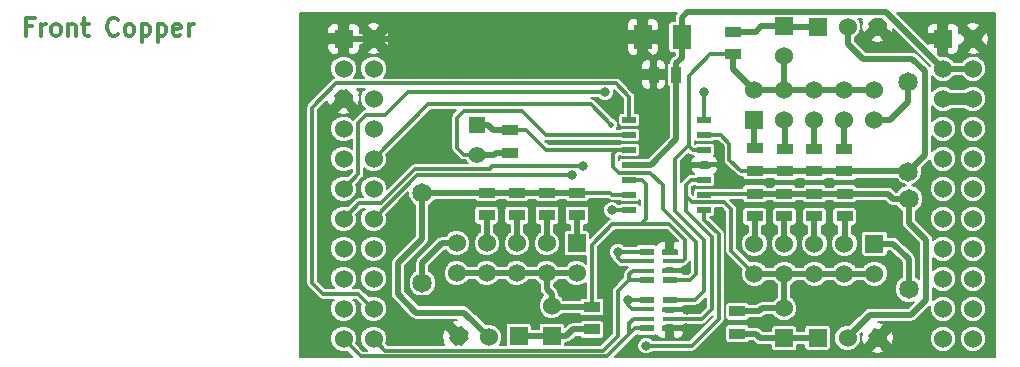
<source format=gtl>
G04 (created by PCBNEW (2013-07-07 BZR 4022)-stable) date 06/11/2013 18:13:24*
%MOIN*%
G04 Gerber Fmt 3.4, Leading zero omitted, Abs format*
%FSLAX34Y34*%
G01*
G70*
G90*
G04 APERTURE LIST*
%ADD10C,0.00590551*%
%ADD11C,0.011811*%
%ADD12R,0.035X0.055*%
%ADD13R,0.06X0.08*%
%ADD14R,0.06X0.06*%
%ADD15C,0.06*%
%ADD16R,0.045X0.02*%
%ADD17R,0.055X0.035*%
%ADD18R,0.055X0.055*%
%ADD19C,0.055*%
%ADD20C,0.065*%
%ADD21R,0.0452756X0.0248031*%
%ADD22R,0.0452756X0.0173228*%
%ADD23C,0.019685*%
%ADD24C,0.0314961*%
%ADD25C,0.0393701*%
%ADD26C,0.019685*%
%ADD27C,0.00787402*%
G04 APERTURE END LIST*
G54D10*
G54D11*
X28484Y-33453D02*
X28287Y-33453D01*
X28287Y-33762D02*
X28287Y-33172D01*
X28568Y-33172D01*
X28793Y-33762D02*
X28793Y-33368D01*
X28793Y-33481D02*
X28821Y-33425D01*
X28849Y-33397D01*
X28906Y-33368D01*
X28962Y-33368D01*
X29243Y-33762D02*
X29187Y-33734D01*
X29159Y-33706D01*
X29131Y-33650D01*
X29131Y-33481D01*
X29159Y-33425D01*
X29187Y-33397D01*
X29243Y-33368D01*
X29327Y-33368D01*
X29384Y-33397D01*
X29412Y-33425D01*
X29440Y-33481D01*
X29440Y-33650D01*
X29412Y-33706D01*
X29384Y-33734D01*
X29327Y-33762D01*
X29243Y-33762D01*
X29693Y-33368D02*
X29693Y-33762D01*
X29693Y-33425D02*
X29721Y-33397D01*
X29777Y-33368D01*
X29862Y-33368D01*
X29918Y-33397D01*
X29946Y-33453D01*
X29946Y-33762D01*
X30143Y-33368D02*
X30368Y-33368D01*
X30227Y-33172D02*
X30227Y-33678D01*
X30255Y-33734D01*
X30312Y-33762D01*
X30368Y-33762D01*
X31352Y-33706D02*
X31324Y-33734D01*
X31240Y-33762D01*
X31183Y-33762D01*
X31099Y-33734D01*
X31043Y-33678D01*
X31015Y-33622D01*
X30987Y-33509D01*
X30987Y-33425D01*
X31015Y-33312D01*
X31043Y-33256D01*
X31099Y-33200D01*
X31183Y-33172D01*
X31240Y-33172D01*
X31324Y-33200D01*
X31352Y-33228D01*
X31690Y-33762D02*
X31633Y-33734D01*
X31605Y-33706D01*
X31577Y-33650D01*
X31577Y-33481D01*
X31605Y-33425D01*
X31633Y-33397D01*
X31690Y-33368D01*
X31774Y-33368D01*
X31830Y-33397D01*
X31858Y-33425D01*
X31886Y-33481D01*
X31886Y-33650D01*
X31858Y-33706D01*
X31830Y-33734D01*
X31774Y-33762D01*
X31690Y-33762D01*
X32140Y-33368D02*
X32140Y-33959D01*
X32140Y-33397D02*
X32196Y-33368D01*
X32308Y-33368D01*
X32365Y-33397D01*
X32393Y-33425D01*
X32421Y-33481D01*
X32421Y-33650D01*
X32393Y-33706D01*
X32365Y-33734D01*
X32308Y-33762D01*
X32196Y-33762D01*
X32140Y-33734D01*
X32674Y-33368D02*
X32674Y-33959D01*
X32674Y-33397D02*
X32730Y-33368D01*
X32843Y-33368D01*
X32899Y-33397D01*
X32927Y-33425D01*
X32955Y-33481D01*
X32955Y-33650D01*
X32927Y-33706D01*
X32899Y-33734D01*
X32843Y-33762D01*
X32730Y-33762D01*
X32674Y-33734D01*
X33433Y-33734D02*
X33377Y-33762D01*
X33264Y-33762D01*
X33208Y-33734D01*
X33180Y-33678D01*
X33180Y-33453D01*
X33208Y-33397D01*
X33264Y-33368D01*
X33377Y-33368D01*
X33433Y-33397D01*
X33461Y-33453D01*
X33461Y-33509D01*
X33180Y-33565D01*
X33714Y-33762D02*
X33714Y-33368D01*
X33714Y-33481D02*
X33742Y-33425D01*
X33771Y-33397D01*
X33827Y-33368D01*
X33883Y-33368D01*
G54D12*
X49951Y-35059D03*
X49201Y-35059D03*
G54D13*
X50138Y-33809D03*
X48838Y-33809D03*
G54D14*
X38870Y-33870D03*
G54D15*
X39870Y-33870D03*
X38870Y-34870D03*
X39870Y-34870D03*
X38870Y-35870D03*
X39870Y-35870D03*
X38870Y-36870D03*
X39870Y-36870D03*
X38870Y-37870D03*
X39870Y-37870D03*
X38870Y-38870D03*
X39870Y-38870D03*
X38870Y-39870D03*
X39870Y-39870D03*
X38870Y-40870D03*
X39870Y-40870D03*
X38870Y-41870D03*
X39870Y-41870D03*
X38870Y-42870D03*
X39870Y-42870D03*
X38870Y-43870D03*
X39870Y-43870D03*
G54D14*
X58850Y-33870D03*
G54D15*
X59850Y-33870D03*
X58850Y-34870D03*
X59850Y-34870D03*
X58850Y-35870D03*
X59850Y-35870D03*
X58850Y-36870D03*
X59850Y-36870D03*
X58850Y-37870D03*
X59850Y-37870D03*
X58850Y-38870D03*
X59850Y-38870D03*
X58850Y-39870D03*
X59850Y-39870D03*
X58850Y-40870D03*
X59850Y-40870D03*
X58850Y-41870D03*
X59850Y-41870D03*
X58850Y-42870D03*
X59850Y-42870D03*
X58850Y-43870D03*
X59850Y-43870D03*
G54D16*
X48394Y-36570D03*
X48394Y-37070D03*
X48394Y-37570D03*
X48394Y-38070D03*
X48394Y-38570D03*
X48394Y-39070D03*
X48394Y-39570D03*
X50894Y-39570D03*
X50894Y-39070D03*
X50894Y-38070D03*
X50894Y-37570D03*
X50894Y-37070D03*
X50894Y-36570D03*
X50894Y-38570D03*
G54D17*
X43641Y-38995D03*
X43641Y-39745D03*
X54566Y-38288D03*
X54566Y-37538D03*
X55551Y-38288D03*
X55551Y-37538D03*
X53582Y-38288D03*
X53582Y-37538D03*
X51850Y-33630D03*
X51850Y-34380D03*
X52578Y-38268D03*
X52578Y-37518D03*
X52578Y-39034D03*
X52578Y-39784D03*
X51998Y-43701D03*
X51998Y-42951D03*
X53562Y-39034D03*
X53562Y-39784D03*
X44645Y-38995D03*
X44645Y-39745D03*
X54566Y-39034D03*
X54566Y-39784D03*
X45649Y-38995D03*
X45649Y-39745D03*
X47145Y-43554D03*
X47145Y-42804D03*
X46653Y-38995D03*
X46653Y-39745D03*
X55570Y-39034D03*
X55570Y-39784D03*
X44429Y-36908D03*
X44429Y-37658D03*
G54D18*
X43307Y-36724D03*
G54D19*
X43307Y-37724D03*
G54D20*
X57696Y-38291D03*
X57696Y-35291D03*
X41496Y-39011D03*
X41496Y-42011D03*
X57716Y-39208D03*
X57716Y-42208D03*
G54D14*
X52566Y-36582D03*
G54D15*
X52566Y-35582D03*
X53566Y-36582D03*
X53566Y-35582D03*
X54566Y-36582D03*
X54566Y-35582D03*
X55566Y-36582D03*
X55566Y-35582D03*
X56566Y-36582D03*
X56566Y-35582D03*
G54D14*
X46645Y-40681D03*
G54D15*
X46645Y-41681D03*
X45645Y-40681D03*
X45645Y-41681D03*
X44645Y-40681D03*
X44645Y-41681D03*
X43645Y-40681D03*
X43645Y-41681D03*
X42645Y-40681D03*
X42645Y-41681D03*
G54D14*
X56566Y-40700D03*
G54D15*
X56566Y-41700D03*
X55566Y-40700D03*
X55566Y-41700D03*
X54566Y-40700D03*
X54566Y-41700D03*
X53566Y-40700D03*
X53566Y-41700D03*
X52566Y-40700D03*
X52566Y-41700D03*
G54D14*
X54669Y-33464D03*
G54D15*
X55669Y-33464D03*
X56669Y-33464D03*
G54D14*
X54669Y-43838D03*
G54D15*
X55669Y-43838D03*
X56669Y-43838D03*
G54D14*
X44710Y-43769D03*
G54D15*
X43710Y-43809D03*
X42710Y-43769D03*
G54D14*
X53553Y-43846D03*
G54D15*
X53553Y-42846D03*
G54D14*
X53553Y-33456D03*
G54D15*
X53553Y-34456D03*
G54D14*
X45807Y-43767D03*
G54D15*
X45807Y-42767D03*
G54D21*
X49744Y-41909D03*
G54D22*
X49744Y-41594D03*
X49744Y-41279D03*
G54D21*
X49744Y-40964D03*
X48972Y-41909D03*
G54D22*
X48972Y-41594D03*
X48972Y-41279D03*
G54D21*
X48972Y-40964D03*
X49744Y-43513D03*
G54D22*
X49744Y-43198D03*
X49744Y-42883D03*
G54D21*
X49744Y-42568D03*
X48972Y-43513D03*
G54D22*
X48972Y-43198D03*
X48972Y-42883D03*
G54D21*
X48972Y-42568D03*
G54D23*
X47795Y-36732D03*
G54D24*
X47807Y-39574D03*
X47598Y-35653D03*
X50897Y-35653D03*
X48956Y-44094D03*
X46488Y-38421D03*
X48011Y-40964D03*
X46838Y-38114D03*
X48366Y-42568D03*
X42736Y-42480D03*
X42204Y-39921D03*
X48868Y-36033D03*
X46250Y-42165D03*
X56712Y-42509D03*
X57283Y-40167D03*
X41190Y-37194D03*
X50295Y-43513D03*
X50305Y-42893D03*
X50236Y-41574D03*
X49734Y-40492D03*
X50314Y-38169D03*
G54D25*
X59850Y-35870D02*
X58850Y-35870D01*
G54D11*
X47106Y-36043D02*
X41696Y-36043D01*
X47795Y-36732D02*
X47106Y-36043D01*
X39870Y-37870D02*
X41696Y-36043D01*
X48394Y-39570D02*
X47811Y-39570D01*
X47811Y-39570D02*
X47807Y-39574D01*
X47598Y-35653D02*
X41007Y-35653D01*
X39358Y-38381D02*
X38870Y-38870D01*
X39358Y-36673D02*
X39358Y-38381D01*
X39633Y-36397D02*
X39358Y-36673D01*
X40263Y-36397D02*
X39633Y-36397D01*
X41007Y-35653D02*
X40263Y-36397D01*
X50894Y-36570D02*
X50894Y-35656D01*
X47598Y-35653D02*
X47574Y-35677D01*
X50894Y-35656D02*
X50897Y-35653D01*
X50482Y-44094D02*
X51377Y-43198D01*
X51377Y-43198D02*
X51377Y-40383D01*
X51377Y-40383D02*
X50894Y-39900D01*
X50894Y-39570D02*
X50894Y-39900D01*
X48956Y-44094D02*
X50482Y-44094D01*
X48394Y-35957D02*
X48394Y-35796D01*
X48394Y-36570D02*
X48394Y-35957D01*
X38622Y-35354D02*
X37818Y-36157D01*
X47952Y-35354D02*
X38622Y-35354D01*
X48394Y-35796D02*
X47952Y-35354D01*
X39870Y-42870D02*
X39858Y-42870D01*
X37818Y-42007D02*
X37818Y-36157D01*
X38181Y-42370D02*
X37818Y-42007D01*
X39358Y-42370D02*
X38181Y-42370D01*
X39858Y-42870D02*
X39358Y-42370D01*
G54D26*
X45807Y-43767D02*
X46291Y-43767D01*
X46504Y-43554D02*
X47145Y-43554D01*
X46291Y-43767D02*
X46504Y-43554D01*
X44710Y-43769D02*
X45805Y-43769D01*
X45805Y-43769D02*
X45807Y-43767D01*
X54669Y-33464D02*
X53561Y-33464D01*
X53561Y-33464D02*
X53553Y-33456D01*
X53553Y-33456D02*
X52783Y-33456D01*
X52609Y-33630D02*
X51850Y-33630D01*
X52783Y-33456D02*
X52609Y-33630D01*
X51998Y-43701D02*
X52609Y-43701D01*
X52753Y-43846D02*
X53553Y-43846D01*
X52609Y-43701D02*
X52753Y-43846D01*
X53553Y-43846D02*
X54661Y-43846D01*
X54661Y-43846D02*
X54669Y-43838D01*
G54D11*
X46653Y-38995D02*
X47754Y-38995D01*
X47830Y-39070D02*
X48394Y-39070D01*
X47754Y-38995D02*
X47830Y-39070D01*
G54D26*
X41299Y-42992D02*
X42893Y-42992D01*
X41496Y-39011D02*
X41496Y-40531D01*
X40679Y-42372D02*
X41299Y-42992D01*
X40679Y-41348D02*
X40679Y-42372D01*
X41496Y-40531D02*
X40679Y-41348D01*
X42893Y-42992D02*
X43710Y-43809D01*
X43641Y-38995D02*
X41512Y-38995D01*
X41512Y-38995D02*
X41496Y-39011D01*
X44645Y-38995D02*
X43641Y-38995D01*
X45649Y-38995D02*
X44645Y-38995D01*
X46653Y-38995D02*
X45649Y-38995D01*
G54D11*
X52578Y-38268D02*
X52107Y-38268D01*
X51440Y-37070D02*
X50894Y-37070D01*
X51732Y-37362D02*
X51440Y-37070D01*
X51732Y-37893D02*
X51732Y-37362D01*
X52107Y-38268D02*
X51732Y-37893D01*
G54D26*
X57834Y-34527D02*
X56171Y-34527D01*
X57834Y-34527D02*
X58248Y-34940D01*
X58248Y-34940D02*
X58248Y-37740D01*
X57696Y-38291D02*
X58248Y-37740D01*
X55669Y-34025D02*
X55669Y-33464D01*
X56171Y-34527D02*
X55669Y-34025D01*
X54566Y-38288D02*
X53582Y-38288D01*
X55551Y-38288D02*
X54566Y-38288D01*
X55551Y-38288D02*
X56319Y-38288D01*
X56319Y-38288D02*
X57693Y-38288D01*
X57693Y-38288D02*
X57696Y-38291D01*
X53582Y-38288D02*
X52598Y-38288D01*
X52598Y-38288D02*
X52578Y-38268D01*
G54D11*
X52578Y-39034D02*
X50931Y-39034D01*
X50931Y-39034D02*
X50894Y-39070D01*
G54D26*
X55669Y-43838D02*
X55669Y-43799D01*
X57795Y-43061D02*
X58287Y-42568D01*
X56407Y-43061D02*
X57795Y-43061D01*
X55669Y-43799D02*
X56407Y-43061D01*
X57716Y-39208D02*
X57716Y-40000D01*
X58287Y-40570D02*
X58287Y-42568D01*
X58287Y-42568D02*
X58287Y-42578D01*
X57716Y-40000D02*
X58287Y-40570D01*
X55570Y-39034D02*
X57026Y-39034D01*
X57200Y-39208D02*
X57716Y-39208D01*
X57026Y-39034D02*
X57200Y-39208D01*
X54566Y-39034D02*
X55570Y-39034D01*
X53562Y-39034D02*
X54566Y-39034D01*
X52578Y-39034D02*
X53562Y-39034D01*
G54D11*
X48972Y-41279D02*
X48129Y-41279D01*
X48011Y-41161D02*
X48011Y-40964D01*
X48129Y-41279D02*
X48011Y-41161D01*
X46488Y-38421D02*
X41318Y-38421D01*
X39870Y-39870D02*
X41318Y-38421D01*
X48011Y-40964D02*
X48972Y-40964D01*
X48972Y-42883D02*
X48494Y-42883D01*
X48366Y-42755D02*
X48366Y-42568D01*
X48494Y-42883D02*
X48366Y-42755D01*
X43834Y-38122D02*
X46830Y-38122D01*
X43834Y-38122D02*
X43736Y-38220D01*
X43736Y-38220D02*
X41241Y-38220D01*
X41241Y-38220D02*
X40115Y-39346D01*
X40115Y-39346D02*
X39393Y-39346D01*
X38870Y-39870D02*
X39393Y-39346D01*
X46830Y-38122D02*
X46838Y-38114D01*
X48366Y-42568D02*
X48972Y-42568D01*
X42972Y-44259D02*
X40259Y-44259D01*
X40259Y-44259D02*
X39870Y-43870D01*
X48972Y-41594D02*
X48513Y-41594D01*
X48385Y-41722D02*
X48385Y-41909D01*
X48513Y-41594D02*
X48385Y-41722D01*
X48972Y-41909D02*
X48385Y-41909D01*
X48385Y-41909D02*
X48375Y-41909D01*
X47511Y-44259D02*
X48011Y-43759D01*
X42960Y-44259D02*
X42972Y-44259D01*
X42972Y-44259D02*
X47511Y-44259D01*
X48011Y-42273D02*
X48011Y-43759D01*
X48375Y-41909D02*
X48011Y-42273D01*
X48972Y-43198D02*
X48543Y-43198D01*
X48385Y-43356D02*
X48385Y-43720D01*
X48543Y-43198D02*
X48385Y-43356D01*
X48972Y-43513D02*
X48592Y-43513D01*
X38870Y-43889D02*
X38870Y-43870D01*
X47649Y-44456D02*
X48051Y-44055D01*
X39437Y-44456D02*
X47649Y-44456D01*
X38870Y-43889D02*
X39437Y-44456D01*
X48592Y-43513D02*
X48385Y-43720D01*
X48385Y-43720D02*
X48051Y-44055D01*
X48809Y-40039D02*
X49724Y-40039D01*
X50177Y-41279D02*
X49744Y-41279D01*
X50255Y-41200D02*
X50177Y-41279D01*
X50255Y-40570D02*
X50255Y-41200D01*
X49724Y-40039D02*
X50255Y-40570D01*
X48937Y-39881D02*
X48937Y-38700D01*
X47145Y-40728D02*
X47834Y-40039D01*
X47834Y-40039D02*
X48809Y-40039D01*
X48809Y-40039D02*
X48779Y-40039D01*
X48779Y-40039D02*
X48937Y-39881D01*
X47145Y-42804D02*
X47145Y-40728D01*
X48807Y-38570D02*
X48394Y-38570D01*
X48937Y-38700D02*
X48807Y-38570D01*
G54D26*
X47145Y-42804D02*
X45843Y-42804D01*
X45843Y-42804D02*
X45807Y-42767D01*
X45807Y-42767D02*
X45807Y-42362D01*
X45645Y-42200D02*
X45645Y-41681D01*
X45807Y-42362D02*
X45645Y-42200D01*
X45645Y-41681D02*
X46645Y-41681D01*
X44645Y-41681D02*
X45645Y-41681D01*
X43645Y-41681D02*
X44645Y-41681D01*
X42645Y-41681D02*
X43645Y-41681D01*
X42637Y-41688D02*
X42645Y-41681D01*
G54D11*
X50374Y-37440D02*
X50354Y-37440D01*
X50600Y-42568D02*
X49744Y-42568D01*
X50885Y-42283D02*
X50600Y-42568D01*
X50885Y-40570D02*
X50885Y-42283D01*
X49921Y-39606D02*
X50885Y-40570D01*
X49921Y-37874D02*
X49921Y-39606D01*
X50354Y-37440D02*
X49921Y-37874D01*
X51850Y-34380D02*
X51091Y-34380D01*
X50503Y-37570D02*
X50894Y-37570D01*
X50374Y-37440D02*
X50503Y-37570D01*
X50374Y-35098D02*
X50374Y-37440D01*
X51091Y-34380D02*
X50374Y-35098D01*
G54D26*
X53553Y-34456D02*
X53553Y-35568D01*
X53553Y-35568D02*
X53566Y-35582D01*
X52566Y-35582D02*
X52561Y-35582D01*
X51850Y-34872D02*
X51850Y-34380D01*
X52561Y-35582D02*
X51850Y-34872D01*
X55566Y-35582D02*
X56566Y-35582D01*
X53566Y-35582D02*
X52566Y-35582D01*
X54566Y-35582D02*
X53566Y-35582D01*
X55566Y-35582D02*
X54566Y-35582D01*
G54D11*
X50275Y-39094D02*
X50275Y-39606D01*
X50816Y-43198D02*
X49744Y-43198D01*
X51141Y-42874D02*
X50816Y-43198D01*
X51141Y-40472D02*
X51141Y-42874D01*
X50275Y-39606D02*
X51141Y-40472D01*
X52566Y-41700D02*
X51791Y-40925D01*
X50444Y-38570D02*
X50894Y-38570D01*
X50275Y-38740D02*
X50444Y-38570D01*
X50275Y-39094D02*
X50275Y-38740D01*
X50492Y-39311D02*
X50275Y-39094D01*
X51555Y-39311D02*
X50492Y-39311D01*
X51791Y-39547D02*
X51555Y-39311D01*
X51791Y-40925D02*
X51791Y-39547D01*
G54D26*
X53553Y-42846D02*
X53553Y-41714D01*
X53553Y-41714D02*
X53566Y-41700D01*
X53553Y-42846D02*
X52832Y-42846D01*
X52727Y-42951D02*
X51998Y-42951D01*
X52832Y-42846D02*
X52727Y-42951D01*
X52578Y-41712D02*
X52566Y-41700D01*
X55566Y-41700D02*
X56566Y-41700D01*
X54566Y-41700D02*
X55566Y-41700D01*
X53566Y-41700D02*
X54566Y-41700D01*
X52566Y-41700D02*
X53566Y-41700D01*
G54D11*
X48394Y-37570D02*
X45622Y-37570D01*
X44959Y-36908D02*
X44429Y-36908D01*
X45622Y-37570D02*
X44959Y-36908D01*
X49507Y-38740D02*
X49507Y-39527D01*
X49507Y-39527D02*
X50629Y-40649D01*
X50629Y-40649D02*
X50629Y-41712D01*
X50629Y-41712D02*
X50433Y-41909D01*
X50433Y-41909D02*
X49744Y-41909D01*
X49094Y-38326D02*
X49507Y-38740D01*
X48051Y-38326D02*
X49094Y-38326D01*
X47854Y-38129D02*
X48051Y-38326D01*
X47854Y-37696D02*
X47854Y-38129D01*
X47952Y-37598D02*
X47854Y-37696D01*
X47980Y-37570D02*
X47952Y-37598D01*
X48394Y-37570D02*
X47980Y-37570D01*
G54D26*
X43307Y-36724D02*
X43673Y-36724D01*
X43673Y-36724D02*
X43857Y-36908D01*
X43857Y-36908D02*
X44429Y-36908D01*
G54D11*
X43307Y-37724D02*
X42881Y-37724D01*
X45614Y-37070D02*
X48394Y-37070D01*
X44803Y-36259D02*
X45614Y-37070D01*
X42893Y-36259D02*
X44803Y-36259D01*
X42657Y-36496D02*
X42893Y-36259D01*
X42657Y-37500D02*
X42657Y-36496D01*
X42881Y-37724D02*
X42657Y-37500D01*
G54D26*
X44429Y-37658D02*
X43955Y-37658D01*
X43889Y-37724D02*
X43307Y-37724D01*
X43955Y-37658D02*
X43889Y-37724D01*
G54D11*
X42736Y-42480D02*
X41259Y-42480D01*
X42204Y-40206D02*
X42204Y-39921D01*
X41003Y-41407D02*
X42204Y-40206D01*
X41003Y-42224D02*
X41003Y-41407D01*
X41259Y-42480D02*
X41003Y-42224D01*
G54D26*
X46250Y-42165D02*
X46240Y-42175D01*
G54D11*
X49744Y-43513D02*
X50295Y-43513D01*
X49744Y-42883D02*
X50295Y-42883D01*
X50295Y-42883D02*
X50305Y-42893D01*
X49744Y-41594D02*
X50216Y-41594D01*
X50216Y-41594D02*
X50236Y-41574D01*
X49744Y-40964D02*
X49744Y-40501D01*
X49744Y-40501D02*
X49734Y-40492D01*
G54D26*
X39870Y-33870D02*
X48777Y-33870D01*
X48777Y-33870D02*
X48838Y-33809D01*
X38870Y-33870D02*
X39870Y-33870D01*
X50894Y-38070D02*
X50413Y-38070D01*
X50413Y-38070D02*
X50314Y-38169D01*
X49201Y-35059D02*
X49201Y-34615D01*
X49201Y-34615D02*
X48838Y-34251D01*
X48838Y-34251D02*
X48838Y-33809D01*
X54566Y-37538D02*
X54566Y-36582D01*
X43641Y-39745D02*
X43641Y-40677D01*
X43641Y-40677D02*
X43645Y-40681D01*
X44645Y-40681D02*
X44645Y-39745D01*
X45649Y-39745D02*
X45649Y-40677D01*
X45649Y-40677D02*
X45645Y-40681D01*
X46645Y-40681D02*
X46645Y-39752D01*
X46645Y-39752D02*
X46653Y-39745D01*
X54566Y-40700D02*
X54566Y-39784D01*
X54566Y-39843D02*
X54507Y-39784D01*
X56566Y-40700D02*
X57196Y-40700D01*
X57716Y-41220D02*
X57716Y-42208D01*
X57196Y-40700D02*
X57716Y-41220D01*
X55570Y-39784D02*
X55570Y-40696D01*
X55570Y-40696D02*
X55566Y-40700D01*
X53562Y-39784D02*
X53562Y-40696D01*
X53562Y-40696D02*
X53566Y-40700D01*
X52578Y-39784D02*
X52578Y-40688D01*
X52578Y-40688D02*
X52566Y-40700D01*
X52566Y-36582D02*
X52566Y-37506D01*
X52566Y-37506D02*
X52578Y-37518D01*
X56566Y-36582D02*
X57078Y-36582D01*
X57696Y-35964D02*
X57696Y-35291D01*
X57078Y-36582D02*
X57696Y-35964D01*
X53582Y-37538D02*
X53582Y-36598D01*
X53582Y-36598D02*
X53566Y-36582D01*
X42645Y-40681D02*
X42153Y-40681D01*
X41496Y-41338D02*
X41496Y-42011D01*
X42153Y-40681D02*
X41496Y-41338D01*
X55566Y-36582D02*
X55566Y-37522D01*
X55566Y-37522D02*
X55551Y-37538D01*
X50138Y-33809D02*
X50138Y-33168D01*
X56952Y-32972D02*
X58850Y-34870D01*
X50334Y-32972D02*
X56952Y-32972D01*
X50138Y-33168D02*
X50334Y-32972D01*
X59850Y-34870D02*
X58850Y-34870D01*
X48394Y-38070D02*
X49104Y-38070D01*
X49951Y-37223D02*
X49951Y-35059D01*
X49104Y-38070D02*
X49951Y-37223D01*
X49951Y-35059D02*
X49951Y-34684D01*
X50138Y-34497D02*
X50138Y-33809D01*
X49951Y-34684D02*
X50138Y-34497D01*
G54D10*
G36*
X46948Y-42491D02*
X46843Y-42491D01*
X46792Y-42512D01*
X46753Y-42550D01*
X46746Y-42567D01*
X46198Y-42567D01*
X46178Y-42520D01*
X46055Y-42396D01*
X46043Y-42391D01*
X46043Y-42362D01*
X46025Y-42271D01*
X46025Y-42271D01*
X45974Y-42195D01*
X45881Y-42102D01*
X45881Y-42057D01*
X45893Y-42052D01*
X46016Y-41929D01*
X46021Y-41917D01*
X46269Y-41917D01*
X46274Y-41928D01*
X46397Y-42052D01*
X46558Y-42118D01*
X46732Y-42118D01*
X46893Y-42052D01*
X46948Y-41997D01*
X46948Y-42491D01*
X46948Y-42491D01*
G37*
G54D27*
X46948Y-42491D02*
X46843Y-42491D01*
X46792Y-42512D01*
X46753Y-42550D01*
X46746Y-42567D01*
X46198Y-42567D01*
X46178Y-42520D01*
X46055Y-42396D01*
X46043Y-42391D01*
X46043Y-42362D01*
X46025Y-42271D01*
X46025Y-42271D01*
X45974Y-42195D01*
X45881Y-42102D01*
X45881Y-42057D01*
X45893Y-42052D01*
X46016Y-41929D01*
X46021Y-41917D01*
X46269Y-41917D01*
X46274Y-41928D01*
X46397Y-42052D01*
X46558Y-42118D01*
X46732Y-42118D01*
X46893Y-42052D01*
X46948Y-41997D01*
X46948Y-42491D01*
G54D10*
G36*
X49971Y-33001D02*
X49919Y-33078D01*
X49901Y-33168D01*
X49901Y-33271D01*
X49810Y-33271D01*
X49760Y-33292D01*
X49721Y-33330D01*
X49700Y-33381D01*
X49700Y-33436D01*
X49700Y-34236D01*
X49721Y-34287D01*
X49760Y-34325D01*
X49810Y-34346D01*
X49865Y-34346D01*
X49901Y-34346D01*
X49901Y-34399D01*
X49784Y-34517D01*
X49733Y-34593D01*
X49720Y-34658D01*
X49698Y-34667D01*
X49660Y-34705D01*
X49639Y-34756D01*
X49638Y-34811D01*
X49638Y-35361D01*
X49659Y-35412D01*
X49698Y-35450D01*
X49715Y-35457D01*
X49715Y-37125D01*
X49613Y-37228D01*
X49613Y-35287D01*
X49613Y-34830D01*
X49612Y-34736D01*
X49576Y-34650D01*
X49510Y-34583D01*
X49423Y-34547D01*
X49374Y-34547D01*
X49374Y-34162D01*
X49374Y-33455D01*
X49374Y-33361D01*
X49338Y-33275D01*
X49271Y-33208D01*
X49184Y-33172D01*
X49047Y-33172D01*
X48988Y-33231D01*
X48988Y-33609D01*
X49315Y-33609D01*
X49374Y-33550D01*
X49374Y-33455D01*
X49374Y-34162D01*
X49374Y-34068D01*
X49315Y-34009D01*
X48988Y-34009D01*
X48988Y-34386D01*
X49047Y-34445D01*
X49184Y-34445D01*
X49271Y-34409D01*
X49338Y-34343D01*
X49374Y-34256D01*
X49374Y-34162D01*
X49374Y-34547D01*
X49348Y-34547D01*
X49289Y-34606D01*
X49289Y-34921D01*
X49553Y-34921D01*
X49612Y-34862D01*
X49613Y-34830D01*
X49613Y-35287D01*
X49612Y-35255D01*
X49553Y-35196D01*
X49289Y-35196D01*
X49289Y-35511D01*
X49348Y-35570D01*
X49423Y-35570D01*
X49510Y-35534D01*
X49576Y-35468D01*
X49612Y-35381D01*
X49613Y-35287D01*
X49613Y-37228D01*
X49114Y-37726D01*
X49114Y-35511D01*
X49114Y-35196D01*
X49114Y-34921D01*
X49114Y-34606D01*
X49055Y-34547D01*
X48979Y-34547D01*
X48893Y-34583D01*
X48826Y-34650D01*
X48790Y-34736D01*
X48790Y-34830D01*
X48790Y-34862D01*
X48849Y-34921D01*
X49114Y-34921D01*
X49114Y-35196D01*
X48849Y-35196D01*
X48790Y-35255D01*
X48790Y-35287D01*
X48790Y-35381D01*
X48826Y-35468D01*
X48893Y-35534D01*
X48979Y-35570D01*
X49055Y-35570D01*
X49114Y-35511D01*
X49114Y-37726D01*
X49006Y-37834D01*
X48651Y-37834D01*
X48647Y-37833D01*
X48592Y-37833D01*
X48142Y-37833D01*
X48091Y-37853D01*
X48053Y-37892D01*
X48051Y-37897D01*
X48051Y-37778D01*
X48061Y-37767D01*
X48071Y-37767D01*
X48091Y-37787D01*
X48142Y-37808D01*
X48197Y-37808D01*
X48647Y-37808D01*
X48697Y-37787D01*
X48736Y-37749D01*
X48757Y-37698D01*
X48757Y-37643D01*
X48757Y-37443D01*
X48736Y-37392D01*
X48698Y-37354D01*
X48647Y-37333D01*
X48592Y-37333D01*
X48142Y-37333D01*
X48091Y-37353D01*
X48071Y-37374D01*
X47980Y-37374D01*
X45703Y-37374D01*
X45593Y-37263D01*
X45614Y-37267D01*
X45614Y-37267D01*
X48071Y-37267D01*
X48091Y-37287D01*
X48142Y-37308D01*
X48197Y-37308D01*
X48647Y-37308D01*
X48697Y-37287D01*
X48736Y-37249D01*
X48757Y-37198D01*
X48757Y-37143D01*
X48757Y-36943D01*
X48736Y-36892D01*
X48698Y-36854D01*
X48647Y-36833D01*
X48592Y-36833D01*
X48142Y-36833D01*
X48091Y-36853D01*
X48071Y-36874D01*
X47987Y-36874D01*
X47995Y-36866D01*
X48031Y-36779D01*
X48031Y-36685D01*
X47995Y-36598D01*
X47929Y-36532D01*
X47842Y-36496D01*
X47837Y-36496D01*
X47245Y-35904D01*
X47181Y-35861D01*
X47126Y-35850D01*
X47377Y-35850D01*
X47430Y-35903D01*
X47539Y-35948D01*
X47656Y-35948D01*
X47765Y-35904D01*
X47848Y-35821D01*
X47893Y-35712D01*
X47893Y-35595D01*
X47878Y-35558D01*
X48198Y-35877D01*
X48198Y-35957D01*
X48198Y-36333D01*
X48142Y-36333D01*
X48091Y-36353D01*
X48053Y-36392D01*
X48032Y-36443D01*
X48032Y-36498D01*
X48032Y-36698D01*
X48052Y-36748D01*
X48091Y-36787D01*
X48142Y-36808D01*
X48197Y-36808D01*
X48647Y-36808D01*
X48697Y-36787D01*
X48736Y-36749D01*
X48757Y-36698D01*
X48757Y-36643D01*
X48757Y-36443D01*
X48736Y-36392D01*
X48698Y-36354D01*
X48688Y-36350D01*
X48688Y-34386D01*
X48688Y-34009D01*
X48688Y-33609D01*
X48688Y-33231D01*
X48629Y-33172D01*
X48491Y-33172D01*
X48404Y-33208D01*
X48338Y-33275D01*
X48302Y-33361D01*
X48301Y-33455D01*
X48301Y-33550D01*
X48361Y-33609D01*
X48688Y-33609D01*
X48688Y-34009D01*
X48361Y-34009D01*
X48301Y-34068D01*
X48301Y-34162D01*
X48302Y-34256D01*
X48338Y-34343D01*
X48404Y-34409D01*
X48491Y-34445D01*
X48629Y-34445D01*
X48688Y-34386D01*
X48688Y-36350D01*
X48647Y-36333D01*
X48592Y-36333D01*
X48591Y-36333D01*
X48591Y-35957D01*
X48591Y-35796D01*
X48591Y-35796D01*
X48576Y-35721D01*
X48534Y-35657D01*
X48534Y-35657D01*
X48091Y-35215D01*
X48028Y-35172D01*
X47952Y-35157D01*
X40416Y-35157D01*
X40416Y-33846D01*
X40383Y-33682D01*
X40304Y-33648D01*
X40092Y-33860D01*
X40092Y-33435D01*
X40057Y-33356D01*
X39846Y-33323D01*
X39682Y-33356D01*
X39648Y-33435D01*
X39870Y-33657D01*
X40092Y-33435D01*
X40092Y-33860D01*
X40082Y-33870D01*
X40304Y-34092D01*
X40383Y-34057D01*
X40416Y-33846D01*
X40416Y-35157D01*
X40201Y-35157D01*
X40241Y-35118D01*
X40307Y-34957D01*
X40307Y-34783D01*
X40241Y-34622D01*
X40118Y-34499D01*
X40092Y-34488D01*
X40092Y-34304D01*
X39870Y-34082D01*
X39657Y-34294D01*
X39657Y-33870D01*
X39435Y-33648D01*
X39406Y-33660D01*
X39406Y-33523D01*
X39370Y-33436D01*
X39304Y-33369D01*
X39217Y-33333D01*
X39123Y-33333D01*
X39079Y-33333D01*
X39020Y-33392D01*
X39020Y-33720D01*
X39133Y-33720D01*
X39133Y-34020D01*
X39020Y-34020D01*
X39020Y-34347D01*
X39079Y-34406D01*
X39123Y-34406D01*
X39217Y-34406D01*
X39304Y-34370D01*
X39370Y-34303D01*
X39406Y-34216D01*
X39406Y-34079D01*
X39435Y-34092D01*
X39657Y-33870D01*
X39657Y-34294D01*
X39648Y-34304D01*
X39682Y-34383D01*
X39893Y-34416D01*
X40057Y-34383D01*
X40092Y-34304D01*
X40092Y-34488D01*
X39957Y-34432D01*
X39783Y-34432D01*
X39622Y-34498D01*
X39499Y-34621D01*
X39432Y-34782D01*
X39432Y-34956D01*
X39498Y-35117D01*
X39538Y-35157D01*
X39201Y-35157D01*
X39241Y-35118D01*
X39307Y-34957D01*
X39307Y-34783D01*
X39241Y-34622D01*
X39118Y-34499D01*
X38957Y-34432D01*
X38783Y-34432D01*
X38720Y-34458D01*
X38720Y-34347D01*
X38720Y-34020D01*
X38720Y-33720D01*
X38720Y-33392D01*
X38661Y-33333D01*
X38616Y-33333D01*
X38522Y-33333D01*
X38436Y-33369D01*
X38369Y-33436D01*
X38333Y-33523D01*
X38333Y-33661D01*
X38392Y-33720D01*
X38720Y-33720D01*
X38720Y-34020D01*
X38392Y-34020D01*
X38333Y-34079D01*
X38333Y-34216D01*
X38369Y-34303D01*
X38436Y-34370D01*
X38522Y-34406D01*
X38616Y-34406D01*
X38661Y-34406D01*
X38720Y-34347D01*
X38720Y-34458D01*
X38622Y-34498D01*
X38499Y-34621D01*
X38432Y-34782D01*
X38432Y-34956D01*
X38498Y-35117D01*
X38552Y-35171D01*
X38546Y-35172D01*
X38482Y-35215D01*
X37679Y-36018D01*
X37637Y-36082D01*
X37622Y-36157D01*
X37622Y-42007D01*
X37637Y-42083D01*
X37679Y-42147D01*
X38041Y-42509D01*
X38041Y-42509D01*
X38105Y-42551D01*
X38181Y-42566D01*
X38554Y-42566D01*
X38499Y-42621D01*
X38432Y-42782D01*
X38432Y-42956D01*
X38498Y-43117D01*
X38621Y-43241D01*
X38782Y-43307D01*
X38956Y-43307D01*
X39117Y-43241D01*
X39241Y-43118D01*
X39307Y-42957D01*
X39307Y-42783D01*
X39241Y-42622D01*
X39186Y-42566D01*
X39276Y-42566D01*
X39449Y-42740D01*
X39432Y-42782D01*
X39432Y-42956D01*
X39498Y-43117D01*
X39621Y-43241D01*
X39782Y-43307D01*
X39956Y-43307D01*
X40117Y-43241D01*
X40241Y-43118D01*
X40307Y-42957D01*
X40307Y-42783D01*
X40307Y-41783D01*
X40307Y-40783D01*
X40241Y-40622D01*
X40118Y-40499D01*
X39957Y-40432D01*
X39783Y-40432D01*
X39622Y-40498D01*
X39499Y-40621D01*
X39432Y-40782D01*
X39432Y-40956D01*
X39498Y-41117D01*
X39621Y-41241D01*
X39782Y-41307D01*
X39956Y-41307D01*
X40117Y-41241D01*
X40241Y-41118D01*
X40307Y-40957D01*
X40307Y-40783D01*
X40307Y-41783D01*
X40241Y-41622D01*
X40118Y-41499D01*
X39957Y-41432D01*
X39783Y-41432D01*
X39622Y-41498D01*
X39499Y-41621D01*
X39432Y-41782D01*
X39432Y-41956D01*
X39498Y-42117D01*
X39621Y-42241D01*
X39782Y-42307D01*
X39956Y-42307D01*
X40117Y-42241D01*
X40241Y-42118D01*
X40307Y-41957D01*
X40307Y-41783D01*
X40307Y-42783D01*
X40241Y-42622D01*
X40118Y-42499D01*
X39957Y-42432D01*
X39783Y-42432D01*
X39723Y-42456D01*
X39497Y-42230D01*
X39433Y-42188D01*
X39358Y-42173D01*
X39186Y-42173D01*
X39241Y-42118D01*
X39307Y-41957D01*
X39307Y-41783D01*
X39307Y-40783D01*
X39241Y-40622D01*
X39118Y-40499D01*
X38957Y-40432D01*
X38783Y-40432D01*
X38622Y-40498D01*
X38499Y-40621D01*
X38432Y-40782D01*
X38432Y-40956D01*
X38498Y-41117D01*
X38621Y-41241D01*
X38782Y-41307D01*
X38956Y-41307D01*
X39117Y-41241D01*
X39241Y-41118D01*
X39307Y-40957D01*
X39307Y-40783D01*
X39307Y-41783D01*
X39241Y-41622D01*
X39118Y-41499D01*
X38957Y-41432D01*
X38783Y-41432D01*
X38622Y-41498D01*
X38499Y-41621D01*
X38432Y-41782D01*
X38432Y-41956D01*
X38498Y-42117D01*
X38554Y-42173D01*
X38262Y-42173D01*
X38015Y-41926D01*
X38015Y-36239D01*
X38330Y-35924D01*
X38356Y-36057D01*
X38435Y-36092D01*
X38657Y-35870D01*
X38577Y-35789D01*
X38789Y-35577D01*
X38870Y-35657D01*
X38950Y-35577D01*
X39162Y-35789D01*
X39082Y-35870D01*
X39304Y-36092D01*
X39383Y-36057D01*
X39416Y-35846D01*
X39389Y-35712D01*
X39437Y-35664D01*
X39323Y-35551D01*
X39569Y-35551D01*
X39499Y-35621D01*
X39432Y-35782D01*
X39432Y-35956D01*
X39498Y-36117D01*
X39590Y-36209D01*
X39558Y-36215D01*
X39494Y-36258D01*
X39416Y-36336D01*
X39219Y-36534D01*
X39192Y-36573D01*
X39118Y-36499D01*
X39092Y-36488D01*
X39092Y-36304D01*
X38870Y-36082D01*
X38648Y-36304D01*
X38682Y-36383D01*
X38893Y-36416D01*
X39057Y-36383D01*
X39092Y-36304D01*
X39092Y-36488D01*
X38957Y-36432D01*
X38783Y-36432D01*
X38622Y-36498D01*
X38499Y-36621D01*
X38432Y-36782D01*
X38432Y-36956D01*
X38498Y-37117D01*
X38621Y-37241D01*
X38782Y-37307D01*
X38956Y-37307D01*
X39117Y-37241D01*
X39161Y-37197D01*
X39161Y-37542D01*
X39118Y-37499D01*
X38957Y-37432D01*
X38783Y-37432D01*
X38622Y-37498D01*
X38499Y-37621D01*
X38432Y-37782D01*
X38432Y-37956D01*
X38498Y-38117D01*
X38621Y-38241D01*
X38782Y-38307D01*
X38956Y-38307D01*
X39117Y-38241D01*
X39161Y-38197D01*
X39161Y-38300D01*
X39008Y-38453D01*
X38957Y-38432D01*
X38783Y-38432D01*
X38622Y-38498D01*
X38499Y-38621D01*
X38432Y-38782D01*
X38432Y-38956D01*
X38498Y-39117D01*
X38621Y-39241D01*
X38782Y-39307D01*
X38956Y-39307D01*
X39117Y-39241D01*
X39241Y-39118D01*
X39307Y-38957D01*
X39307Y-38783D01*
X39286Y-38731D01*
X39497Y-38521D01*
X39497Y-38521D01*
X39540Y-38457D01*
X39555Y-38381D01*
X39555Y-38381D01*
X39555Y-38174D01*
X39621Y-38241D01*
X39782Y-38307D01*
X39956Y-38307D01*
X40117Y-38241D01*
X40241Y-38118D01*
X40307Y-37957D01*
X40307Y-37783D01*
X40286Y-37731D01*
X41778Y-36240D01*
X42634Y-36240D01*
X42518Y-36356D01*
X42475Y-36420D01*
X42460Y-36496D01*
X42460Y-37500D01*
X42475Y-37575D01*
X42518Y-37639D01*
X42742Y-37863D01*
X42742Y-37863D01*
X42806Y-37906D01*
X42881Y-37921D01*
X42881Y-37921D01*
X42941Y-37921D01*
X42956Y-37957D01*
X43022Y-38023D01*
X41241Y-38023D01*
X41165Y-38038D01*
X41102Y-38081D01*
X40307Y-38875D01*
X40307Y-38783D01*
X40241Y-38622D01*
X40118Y-38499D01*
X39957Y-38432D01*
X39783Y-38432D01*
X39622Y-38498D01*
X39499Y-38621D01*
X39432Y-38782D01*
X39432Y-38956D01*
X39498Y-39117D01*
X39530Y-39149D01*
X39393Y-39149D01*
X39318Y-39164D01*
X39254Y-39207D01*
X39008Y-39453D01*
X38957Y-39432D01*
X38783Y-39432D01*
X38622Y-39498D01*
X38499Y-39621D01*
X38432Y-39782D01*
X38432Y-39956D01*
X38498Y-40117D01*
X38621Y-40241D01*
X38782Y-40307D01*
X38956Y-40307D01*
X39117Y-40241D01*
X39241Y-40118D01*
X39307Y-39957D01*
X39307Y-39783D01*
X39286Y-39731D01*
X39475Y-39543D01*
X39577Y-39543D01*
X39499Y-39621D01*
X39432Y-39782D01*
X39432Y-39956D01*
X39498Y-40117D01*
X39621Y-40241D01*
X39782Y-40307D01*
X39956Y-40307D01*
X40117Y-40241D01*
X40241Y-40118D01*
X40307Y-39957D01*
X40307Y-39783D01*
X40286Y-39731D01*
X41033Y-38985D01*
X41033Y-39103D01*
X41103Y-39273D01*
X41233Y-39403D01*
X41259Y-39414D01*
X41259Y-40433D01*
X40512Y-41181D01*
X40460Y-41258D01*
X40442Y-41348D01*
X40442Y-42372D01*
X40460Y-42462D01*
X40512Y-42539D01*
X41132Y-43159D01*
X41208Y-43210D01*
X41208Y-43210D01*
X41299Y-43228D01*
X42662Y-43228D01*
X42522Y-43256D01*
X42488Y-43335D01*
X42710Y-43557D01*
X42791Y-43477D01*
X43003Y-43689D01*
X42922Y-43769D01*
X43003Y-43850D01*
X42791Y-44062D01*
X42710Y-43981D01*
X42630Y-44062D01*
X42498Y-43930D01*
X42418Y-43850D01*
X42498Y-43769D01*
X42276Y-43547D01*
X42197Y-43582D01*
X42164Y-43792D01*
X42191Y-43927D01*
X42143Y-43974D01*
X42231Y-44062D01*
X40341Y-44062D01*
X40286Y-44008D01*
X40307Y-43957D01*
X40307Y-43783D01*
X40241Y-43622D01*
X40118Y-43499D01*
X39957Y-43432D01*
X39783Y-43432D01*
X39622Y-43498D01*
X39499Y-43621D01*
X39432Y-43782D01*
X39432Y-43956D01*
X39498Y-44117D01*
X39621Y-44241D01*
X39667Y-44259D01*
X39518Y-44259D01*
X39280Y-44022D01*
X39307Y-43957D01*
X39307Y-43783D01*
X39241Y-43622D01*
X39118Y-43499D01*
X38957Y-43432D01*
X38783Y-43432D01*
X38622Y-43498D01*
X38499Y-43621D01*
X38432Y-43782D01*
X38432Y-43956D01*
X38498Y-44117D01*
X38621Y-44241D01*
X38782Y-44307D01*
X38956Y-44307D01*
X38994Y-44292D01*
X39160Y-44458D01*
X37401Y-44458D01*
X37401Y-33001D01*
X49971Y-33001D01*
X49971Y-33001D01*
G37*
G54D27*
X49971Y-33001D02*
X49919Y-33078D01*
X49901Y-33168D01*
X49901Y-33271D01*
X49810Y-33271D01*
X49760Y-33292D01*
X49721Y-33330D01*
X49700Y-33381D01*
X49700Y-33436D01*
X49700Y-34236D01*
X49721Y-34287D01*
X49760Y-34325D01*
X49810Y-34346D01*
X49865Y-34346D01*
X49901Y-34346D01*
X49901Y-34399D01*
X49784Y-34517D01*
X49733Y-34593D01*
X49720Y-34658D01*
X49698Y-34667D01*
X49660Y-34705D01*
X49639Y-34756D01*
X49638Y-34811D01*
X49638Y-35361D01*
X49659Y-35412D01*
X49698Y-35450D01*
X49715Y-35457D01*
X49715Y-37125D01*
X49613Y-37228D01*
X49613Y-35287D01*
X49613Y-34830D01*
X49612Y-34736D01*
X49576Y-34650D01*
X49510Y-34583D01*
X49423Y-34547D01*
X49374Y-34547D01*
X49374Y-34162D01*
X49374Y-33455D01*
X49374Y-33361D01*
X49338Y-33275D01*
X49271Y-33208D01*
X49184Y-33172D01*
X49047Y-33172D01*
X48988Y-33231D01*
X48988Y-33609D01*
X49315Y-33609D01*
X49374Y-33550D01*
X49374Y-33455D01*
X49374Y-34162D01*
X49374Y-34068D01*
X49315Y-34009D01*
X48988Y-34009D01*
X48988Y-34386D01*
X49047Y-34445D01*
X49184Y-34445D01*
X49271Y-34409D01*
X49338Y-34343D01*
X49374Y-34256D01*
X49374Y-34162D01*
X49374Y-34547D01*
X49348Y-34547D01*
X49289Y-34606D01*
X49289Y-34921D01*
X49553Y-34921D01*
X49612Y-34862D01*
X49613Y-34830D01*
X49613Y-35287D01*
X49612Y-35255D01*
X49553Y-35196D01*
X49289Y-35196D01*
X49289Y-35511D01*
X49348Y-35570D01*
X49423Y-35570D01*
X49510Y-35534D01*
X49576Y-35468D01*
X49612Y-35381D01*
X49613Y-35287D01*
X49613Y-37228D01*
X49114Y-37726D01*
X49114Y-35511D01*
X49114Y-35196D01*
X49114Y-34921D01*
X49114Y-34606D01*
X49055Y-34547D01*
X48979Y-34547D01*
X48893Y-34583D01*
X48826Y-34650D01*
X48790Y-34736D01*
X48790Y-34830D01*
X48790Y-34862D01*
X48849Y-34921D01*
X49114Y-34921D01*
X49114Y-35196D01*
X48849Y-35196D01*
X48790Y-35255D01*
X48790Y-35287D01*
X48790Y-35381D01*
X48826Y-35468D01*
X48893Y-35534D01*
X48979Y-35570D01*
X49055Y-35570D01*
X49114Y-35511D01*
X49114Y-37726D01*
X49006Y-37834D01*
X48651Y-37834D01*
X48647Y-37833D01*
X48592Y-37833D01*
X48142Y-37833D01*
X48091Y-37853D01*
X48053Y-37892D01*
X48051Y-37897D01*
X48051Y-37778D01*
X48061Y-37767D01*
X48071Y-37767D01*
X48091Y-37787D01*
X48142Y-37808D01*
X48197Y-37808D01*
X48647Y-37808D01*
X48697Y-37787D01*
X48736Y-37749D01*
X48757Y-37698D01*
X48757Y-37643D01*
X48757Y-37443D01*
X48736Y-37392D01*
X48698Y-37354D01*
X48647Y-37333D01*
X48592Y-37333D01*
X48142Y-37333D01*
X48091Y-37353D01*
X48071Y-37374D01*
X47980Y-37374D01*
X45703Y-37374D01*
X45593Y-37263D01*
X45614Y-37267D01*
X45614Y-37267D01*
X48071Y-37267D01*
X48091Y-37287D01*
X48142Y-37308D01*
X48197Y-37308D01*
X48647Y-37308D01*
X48697Y-37287D01*
X48736Y-37249D01*
X48757Y-37198D01*
X48757Y-37143D01*
X48757Y-36943D01*
X48736Y-36892D01*
X48698Y-36854D01*
X48647Y-36833D01*
X48592Y-36833D01*
X48142Y-36833D01*
X48091Y-36853D01*
X48071Y-36874D01*
X47987Y-36874D01*
X47995Y-36866D01*
X48031Y-36779D01*
X48031Y-36685D01*
X47995Y-36598D01*
X47929Y-36532D01*
X47842Y-36496D01*
X47837Y-36496D01*
X47245Y-35904D01*
X47181Y-35861D01*
X47126Y-35850D01*
X47377Y-35850D01*
X47430Y-35903D01*
X47539Y-35948D01*
X47656Y-35948D01*
X47765Y-35904D01*
X47848Y-35821D01*
X47893Y-35712D01*
X47893Y-35595D01*
X47878Y-35558D01*
X48198Y-35877D01*
X48198Y-35957D01*
X48198Y-36333D01*
X48142Y-36333D01*
X48091Y-36353D01*
X48053Y-36392D01*
X48032Y-36443D01*
X48032Y-36498D01*
X48032Y-36698D01*
X48052Y-36748D01*
X48091Y-36787D01*
X48142Y-36808D01*
X48197Y-36808D01*
X48647Y-36808D01*
X48697Y-36787D01*
X48736Y-36749D01*
X48757Y-36698D01*
X48757Y-36643D01*
X48757Y-36443D01*
X48736Y-36392D01*
X48698Y-36354D01*
X48688Y-36350D01*
X48688Y-34386D01*
X48688Y-34009D01*
X48688Y-33609D01*
X48688Y-33231D01*
X48629Y-33172D01*
X48491Y-33172D01*
X48404Y-33208D01*
X48338Y-33275D01*
X48302Y-33361D01*
X48301Y-33455D01*
X48301Y-33550D01*
X48361Y-33609D01*
X48688Y-33609D01*
X48688Y-34009D01*
X48361Y-34009D01*
X48301Y-34068D01*
X48301Y-34162D01*
X48302Y-34256D01*
X48338Y-34343D01*
X48404Y-34409D01*
X48491Y-34445D01*
X48629Y-34445D01*
X48688Y-34386D01*
X48688Y-36350D01*
X48647Y-36333D01*
X48592Y-36333D01*
X48591Y-36333D01*
X48591Y-35957D01*
X48591Y-35796D01*
X48591Y-35796D01*
X48576Y-35721D01*
X48534Y-35657D01*
X48534Y-35657D01*
X48091Y-35215D01*
X48028Y-35172D01*
X47952Y-35157D01*
X40416Y-35157D01*
X40416Y-33846D01*
X40383Y-33682D01*
X40304Y-33648D01*
X40092Y-33860D01*
X40092Y-33435D01*
X40057Y-33356D01*
X39846Y-33323D01*
X39682Y-33356D01*
X39648Y-33435D01*
X39870Y-33657D01*
X40092Y-33435D01*
X40092Y-33860D01*
X40082Y-33870D01*
X40304Y-34092D01*
X40383Y-34057D01*
X40416Y-33846D01*
X40416Y-35157D01*
X40201Y-35157D01*
X40241Y-35118D01*
X40307Y-34957D01*
X40307Y-34783D01*
X40241Y-34622D01*
X40118Y-34499D01*
X40092Y-34488D01*
X40092Y-34304D01*
X39870Y-34082D01*
X39657Y-34294D01*
X39657Y-33870D01*
X39435Y-33648D01*
X39406Y-33660D01*
X39406Y-33523D01*
X39370Y-33436D01*
X39304Y-33369D01*
X39217Y-33333D01*
X39123Y-33333D01*
X39079Y-33333D01*
X39020Y-33392D01*
X39020Y-33720D01*
X39133Y-33720D01*
X39133Y-34020D01*
X39020Y-34020D01*
X39020Y-34347D01*
X39079Y-34406D01*
X39123Y-34406D01*
X39217Y-34406D01*
X39304Y-34370D01*
X39370Y-34303D01*
X39406Y-34216D01*
X39406Y-34079D01*
X39435Y-34092D01*
X39657Y-33870D01*
X39657Y-34294D01*
X39648Y-34304D01*
X39682Y-34383D01*
X39893Y-34416D01*
X40057Y-34383D01*
X40092Y-34304D01*
X40092Y-34488D01*
X39957Y-34432D01*
X39783Y-34432D01*
X39622Y-34498D01*
X39499Y-34621D01*
X39432Y-34782D01*
X39432Y-34956D01*
X39498Y-35117D01*
X39538Y-35157D01*
X39201Y-35157D01*
X39241Y-35118D01*
X39307Y-34957D01*
X39307Y-34783D01*
X39241Y-34622D01*
X39118Y-34499D01*
X38957Y-34432D01*
X38783Y-34432D01*
X38720Y-34458D01*
X38720Y-34347D01*
X38720Y-34020D01*
X38720Y-33720D01*
X38720Y-33392D01*
X38661Y-33333D01*
X38616Y-33333D01*
X38522Y-33333D01*
X38436Y-33369D01*
X38369Y-33436D01*
X38333Y-33523D01*
X38333Y-33661D01*
X38392Y-33720D01*
X38720Y-33720D01*
X38720Y-34020D01*
X38392Y-34020D01*
X38333Y-34079D01*
X38333Y-34216D01*
X38369Y-34303D01*
X38436Y-34370D01*
X38522Y-34406D01*
X38616Y-34406D01*
X38661Y-34406D01*
X38720Y-34347D01*
X38720Y-34458D01*
X38622Y-34498D01*
X38499Y-34621D01*
X38432Y-34782D01*
X38432Y-34956D01*
X38498Y-35117D01*
X38552Y-35171D01*
X38546Y-35172D01*
X38482Y-35215D01*
X37679Y-36018D01*
X37637Y-36082D01*
X37622Y-36157D01*
X37622Y-42007D01*
X37637Y-42083D01*
X37679Y-42147D01*
X38041Y-42509D01*
X38041Y-42509D01*
X38105Y-42551D01*
X38181Y-42566D01*
X38554Y-42566D01*
X38499Y-42621D01*
X38432Y-42782D01*
X38432Y-42956D01*
X38498Y-43117D01*
X38621Y-43241D01*
X38782Y-43307D01*
X38956Y-43307D01*
X39117Y-43241D01*
X39241Y-43118D01*
X39307Y-42957D01*
X39307Y-42783D01*
X39241Y-42622D01*
X39186Y-42566D01*
X39276Y-42566D01*
X39449Y-42740D01*
X39432Y-42782D01*
X39432Y-42956D01*
X39498Y-43117D01*
X39621Y-43241D01*
X39782Y-43307D01*
X39956Y-43307D01*
X40117Y-43241D01*
X40241Y-43118D01*
X40307Y-42957D01*
X40307Y-42783D01*
X40307Y-41783D01*
X40307Y-40783D01*
X40241Y-40622D01*
X40118Y-40499D01*
X39957Y-40432D01*
X39783Y-40432D01*
X39622Y-40498D01*
X39499Y-40621D01*
X39432Y-40782D01*
X39432Y-40956D01*
X39498Y-41117D01*
X39621Y-41241D01*
X39782Y-41307D01*
X39956Y-41307D01*
X40117Y-41241D01*
X40241Y-41118D01*
X40307Y-40957D01*
X40307Y-40783D01*
X40307Y-41783D01*
X40241Y-41622D01*
X40118Y-41499D01*
X39957Y-41432D01*
X39783Y-41432D01*
X39622Y-41498D01*
X39499Y-41621D01*
X39432Y-41782D01*
X39432Y-41956D01*
X39498Y-42117D01*
X39621Y-42241D01*
X39782Y-42307D01*
X39956Y-42307D01*
X40117Y-42241D01*
X40241Y-42118D01*
X40307Y-41957D01*
X40307Y-41783D01*
X40307Y-42783D01*
X40241Y-42622D01*
X40118Y-42499D01*
X39957Y-42432D01*
X39783Y-42432D01*
X39723Y-42456D01*
X39497Y-42230D01*
X39433Y-42188D01*
X39358Y-42173D01*
X39186Y-42173D01*
X39241Y-42118D01*
X39307Y-41957D01*
X39307Y-41783D01*
X39307Y-40783D01*
X39241Y-40622D01*
X39118Y-40499D01*
X38957Y-40432D01*
X38783Y-40432D01*
X38622Y-40498D01*
X38499Y-40621D01*
X38432Y-40782D01*
X38432Y-40956D01*
X38498Y-41117D01*
X38621Y-41241D01*
X38782Y-41307D01*
X38956Y-41307D01*
X39117Y-41241D01*
X39241Y-41118D01*
X39307Y-40957D01*
X39307Y-40783D01*
X39307Y-41783D01*
X39241Y-41622D01*
X39118Y-41499D01*
X38957Y-41432D01*
X38783Y-41432D01*
X38622Y-41498D01*
X38499Y-41621D01*
X38432Y-41782D01*
X38432Y-41956D01*
X38498Y-42117D01*
X38554Y-42173D01*
X38262Y-42173D01*
X38015Y-41926D01*
X38015Y-36239D01*
X38330Y-35924D01*
X38356Y-36057D01*
X38435Y-36092D01*
X38657Y-35870D01*
X38577Y-35789D01*
X38789Y-35577D01*
X38870Y-35657D01*
X38950Y-35577D01*
X39162Y-35789D01*
X39082Y-35870D01*
X39304Y-36092D01*
X39383Y-36057D01*
X39416Y-35846D01*
X39389Y-35712D01*
X39437Y-35664D01*
X39323Y-35551D01*
X39569Y-35551D01*
X39499Y-35621D01*
X39432Y-35782D01*
X39432Y-35956D01*
X39498Y-36117D01*
X39590Y-36209D01*
X39558Y-36215D01*
X39494Y-36258D01*
X39416Y-36336D01*
X39219Y-36534D01*
X39192Y-36573D01*
X39118Y-36499D01*
X39092Y-36488D01*
X39092Y-36304D01*
X38870Y-36082D01*
X38648Y-36304D01*
X38682Y-36383D01*
X38893Y-36416D01*
X39057Y-36383D01*
X39092Y-36304D01*
X39092Y-36488D01*
X38957Y-36432D01*
X38783Y-36432D01*
X38622Y-36498D01*
X38499Y-36621D01*
X38432Y-36782D01*
X38432Y-36956D01*
X38498Y-37117D01*
X38621Y-37241D01*
X38782Y-37307D01*
X38956Y-37307D01*
X39117Y-37241D01*
X39161Y-37197D01*
X39161Y-37542D01*
X39118Y-37499D01*
X38957Y-37432D01*
X38783Y-37432D01*
X38622Y-37498D01*
X38499Y-37621D01*
X38432Y-37782D01*
X38432Y-37956D01*
X38498Y-38117D01*
X38621Y-38241D01*
X38782Y-38307D01*
X38956Y-38307D01*
X39117Y-38241D01*
X39161Y-38197D01*
X39161Y-38300D01*
X39008Y-38453D01*
X38957Y-38432D01*
X38783Y-38432D01*
X38622Y-38498D01*
X38499Y-38621D01*
X38432Y-38782D01*
X38432Y-38956D01*
X38498Y-39117D01*
X38621Y-39241D01*
X38782Y-39307D01*
X38956Y-39307D01*
X39117Y-39241D01*
X39241Y-39118D01*
X39307Y-38957D01*
X39307Y-38783D01*
X39286Y-38731D01*
X39497Y-38521D01*
X39497Y-38521D01*
X39540Y-38457D01*
X39555Y-38381D01*
X39555Y-38381D01*
X39555Y-38174D01*
X39621Y-38241D01*
X39782Y-38307D01*
X39956Y-38307D01*
X40117Y-38241D01*
X40241Y-38118D01*
X40307Y-37957D01*
X40307Y-37783D01*
X40286Y-37731D01*
X41778Y-36240D01*
X42634Y-36240D01*
X42518Y-36356D01*
X42475Y-36420D01*
X42460Y-36496D01*
X42460Y-37500D01*
X42475Y-37575D01*
X42518Y-37639D01*
X42742Y-37863D01*
X42742Y-37863D01*
X42806Y-37906D01*
X42881Y-37921D01*
X42881Y-37921D01*
X42941Y-37921D01*
X42956Y-37957D01*
X43022Y-38023D01*
X41241Y-38023D01*
X41165Y-38038D01*
X41102Y-38081D01*
X40307Y-38875D01*
X40307Y-38783D01*
X40241Y-38622D01*
X40118Y-38499D01*
X39957Y-38432D01*
X39783Y-38432D01*
X39622Y-38498D01*
X39499Y-38621D01*
X39432Y-38782D01*
X39432Y-38956D01*
X39498Y-39117D01*
X39530Y-39149D01*
X39393Y-39149D01*
X39318Y-39164D01*
X39254Y-39207D01*
X39008Y-39453D01*
X38957Y-39432D01*
X38783Y-39432D01*
X38622Y-39498D01*
X38499Y-39621D01*
X38432Y-39782D01*
X38432Y-39956D01*
X38498Y-40117D01*
X38621Y-40241D01*
X38782Y-40307D01*
X38956Y-40307D01*
X39117Y-40241D01*
X39241Y-40118D01*
X39307Y-39957D01*
X39307Y-39783D01*
X39286Y-39731D01*
X39475Y-39543D01*
X39577Y-39543D01*
X39499Y-39621D01*
X39432Y-39782D01*
X39432Y-39956D01*
X39498Y-40117D01*
X39621Y-40241D01*
X39782Y-40307D01*
X39956Y-40307D01*
X40117Y-40241D01*
X40241Y-40118D01*
X40307Y-39957D01*
X40307Y-39783D01*
X40286Y-39731D01*
X41033Y-38985D01*
X41033Y-39103D01*
X41103Y-39273D01*
X41233Y-39403D01*
X41259Y-39414D01*
X41259Y-40433D01*
X40512Y-41181D01*
X40460Y-41258D01*
X40442Y-41348D01*
X40442Y-42372D01*
X40460Y-42462D01*
X40512Y-42539D01*
X41132Y-43159D01*
X41208Y-43210D01*
X41208Y-43210D01*
X41299Y-43228D01*
X42662Y-43228D01*
X42522Y-43256D01*
X42488Y-43335D01*
X42710Y-43557D01*
X42791Y-43477D01*
X43003Y-43689D01*
X42922Y-43769D01*
X43003Y-43850D01*
X42791Y-44062D01*
X42710Y-43981D01*
X42630Y-44062D01*
X42498Y-43930D01*
X42418Y-43850D01*
X42498Y-43769D01*
X42276Y-43547D01*
X42197Y-43582D01*
X42164Y-43792D01*
X42191Y-43927D01*
X42143Y-43974D01*
X42231Y-44062D01*
X40341Y-44062D01*
X40286Y-44008D01*
X40307Y-43957D01*
X40307Y-43783D01*
X40241Y-43622D01*
X40118Y-43499D01*
X39957Y-43432D01*
X39783Y-43432D01*
X39622Y-43498D01*
X39499Y-43621D01*
X39432Y-43782D01*
X39432Y-43956D01*
X39498Y-44117D01*
X39621Y-44241D01*
X39667Y-44259D01*
X39518Y-44259D01*
X39280Y-44022D01*
X39307Y-43957D01*
X39307Y-43783D01*
X39241Y-43622D01*
X39118Y-43499D01*
X38957Y-43432D01*
X38783Y-43432D01*
X38622Y-43498D01*
X38499Y-43621D01*
X38432Y-43782D01*
X38432Y-43956D01*
X38498Y-44117D01*
X38621Y-44241D01*
X38782Y-44307D01*
X38956Y-44307D01*
X38994Y-44292D01*
X39160Y-44458D01*
X37401Y-44458D01*
X37401Y-33001D01*
X49971Y-33001D01*
G54D10*
G36*
X50011Y-40604D02*
X49923Y-40604D01*
X49916Y-40604D01*
X49857Y-40663D01*
X49857Y-40902D01*
X49970Y-40902D01*
X49970Y-41026D01*
X49857Y-41026D01*
X49857Y-41055D01*
X49630Y-41055D01*
X49630Y-41026D01*
X49517Y-41026D01*
X49517Y-40902D01*
X49630Y-40902D01*
X49630Y-40663D01*
X49571Y-40604D01*
X49564Y-40604D01*
X49470Y-40604D01*
X49383Y-40640D01*
X49317Y-40706D01*
X49316Y-40708D01*
X49281Y-40708D01*
X49281Y-40728D01*
X49276Y-40723D01*
X49226Y-40702D01*
X49171Y-40702D01*
X48718Y-40702D01*
X48668Y-40723D01*
X48629Y-40762D01*
X48627Y-40767D01*
X48232Y-40767D01*
X48179Y-40714D01*
X48070Y-40669D01*
X47953Y-40669D01*
X47844Y-40714D01*
X47761Y-40797D01*
X47716Y-40905D01*
X47716Y-41023D01*
X47761Y-41131D01*
X47820Y-41191D01*
X47829Y-41236D01*
X47872Y-41300D01*
X47990Y-41418D01*
X48054Y-41461D01*
X48129Y-41476D01*
X48353Y-41476D01*
X48246Y-41583D01*
X48203Y-41647D01*
X48188Y-41722D01*
X48188Y-41818D01*
X47872Y-42134D01*
X47829Y-42198D01*
X47814Y-42273D01*
X47814Y-43678D01*
X47430Y-44062D01*
X46244Y-44062D01*
X46244Y-44040D01*
X46244Y-44003D01*
X46291Y-44003D01*
X46381Y-43985D01*
X46458Y-43934D01*
X46602Y-43790D01*
X46746Y-43790D01*
X46753Y-43807D01*
X46792Y-43845D01*
X46843Y-43866D01*
X46897Y-43866D01*
X47447Y-43866D01*
X47498Y-43846D01*
X47537Y-43807D01*
X47558Y-43756D01*
X47558Y-43701D01*
X47558Y-43351D01*
X47537Y-43301D01*
X47498Y-43262D01*
X47448Y-43241D01*
X47393Y-43241D01*
X46843Y-43241D01*
X46792Y-43262D01*
X46753Y-43300D01*
X46746Y-43317D01*
X46504Y-43317D01*
X46414Y-43335D01*
X46337Y-43387D01*
X46337Y-43387D01*
X46337Y-43387D01*
X46244Y-43480D01*
X46244Y-43440D01*
X46223Y-43389D01*
X46185Y-43350D01*
X46134Y-43329D01*
X46079Y-43329D01*
X45479Y-43329D01*
X45429Y-43350D01*
X45390Y-43389D01*
X45369Y-43440D01*
X45369Y-43495D01*
X45369Y-43533D01*
X45148Y-43533D01*
X45148Y-43442D01*
X45127Y-43391D01*
X45088Y-43352D01*
X45038Y-43331D01*
X44983Y-43331D01*
X44383Y-43331D01*
X44332Y-43352D01*
X44293Y-43391D01*
X44272Y-43442D01*
X44272Y-43496D01*
X44272Y-44062D01*
X44075Y-44062D01*
X44081Y-44057D01*
X44148Y-43896D01*
X44148Y-43722D01*
X44081Y-43561D01*
X43958Y-43438D01*
X43798Y-43371D01*
X43623Y-43371D01*
X43611Y-43376D01*
X43060Y-42825D01*
X42984Y-42773D01*
X42893Y-42755D01*
X41397Y-42755D01*
X40915Y-42274D01*
X40915Y-41446D01*
X41663Y-40698D01*
X41714Y-40621D01*
X41732Y-40531D01*
X41732Y-39414D01*
X41757Y-39404D01*
X41888Y-39274D01*
X41906Y-39231D01*
X43242Y-39231D01*
X43249Y-39248D01*
X43288Y-39286D01*
X43339Y-39307D01*
X43394Y-39307D01*
X43944Y-39307D01*
X43994Y-39286D01*
X44033Y-39248D01*
X44040Y-39231D01*
X44246Y-39231D01*
X44253Y-39248D01*
X44292Y-39286D01*
X44343Y-39307D01*
X44397Y-39307D01*
X44947Y-39307D01*
X44998Y-39286D01*
X45037Y-39248D01*
X45044Y-39231D01*
X45250Y-39231D01*
X45257Y-39248D01*
X45296Y-39286D01*
X45347Y-39307D01*
X45401Y-39307D01*
X45951Y-39307D01*
X46002Y-39286D01*
X46041Y-39248D01*
X46048Y-39231D01*
X46254Y-39231D01*
X46261Y-39248D01*
X46300Y-39286D01*
X46351Y-39307D01*
X46405Y-39307D01*
X46955Y-39307D01*
X47006Y-39286D01*
X47045Y-39248D01*
X47066Y-39197D01*
X47066Y-39191D01*
X47673Y-39191D01*
X47691Y-39210D01*
X47755Y-39252D01*
X47830Y-39267D01*
X48071Y-39267D01*
X48091Y-39287D01*
X48142Y-39308D01*
X48197Y-39308D01*
X48647Y-39308D01*
X48697Y-39287D01*
X48736Y-39249D01*
X48740Y-39240D01*
X48740Y-39401D01*
X48736Y-39392D01*
X48698Y-39354D01*
X48647Y-39333D01*
X48592Y-39333D01*
X48142Y-39333D01*
X48091Y-39353D01*
X48071Y-39374D01*
X48023Y-39374D01*
X47974Y-39324D01*
X47866Y-39279D01*
X47748Y-39279D01*
X47640Y-39324D01*
X47556Y-39407D01*
X47511Y-39515D01*
X47511Y-39633D01*
X47556Y-39741D01*
X47639Y-39824D01*
X47743Y-39868D01*
X47695Y-39900D01*
X47083Y-40512D01*
X47083Y-40353D01*
X47062Y-40303D01*
X47023Y-40264D01*
X46973Y-40243D01*
X46918Y-40243D01*
X46881Y-40243D01*
X46881Y-40057D01*
X46955Y-40057D01*
X47006Y-40036D01*
X47045Y-39998D01*
X47066Y-39947D01*
X47066Y-39892D01*
X47066Y-39542D01*
X47045Y-39492D01*
X47006Y-39453D01*
X46956Y-39432D01*
X46901Y-39432D01*
X46351Y-39432D01*
X46300Y-39453D01*
X46261Y-39491D01*
X46240Y-39542D01*
X46240Y-39597D01*
X46240Y-39947D01*
X46261Y-39998D01*
X46300Y-40036D01*
X46351Y-40057D01*
X46405Y-40057D01*
X46409Y-40057D01*
X46409Y-40243D01*
X46318Y-40243D01*
X46267Y-40264D01*
X46228Y-40302D01*
X46207Y-40353D01*
X46207Y-40408D01*
X46207Y-41008D01*
X46228Y-41059D01*
X46267Y-41097D01*
X46318Y-41118D01*
X46372Y-41118D01*
X46948Y-41118D01*
X46948Y-41365D01*
X46893Y-41310D01*
X46733Y-41243D01*
X46558Y-41243D01*
X46398Y-41309D01*
X46274Y-41432D01*
X46269Y-41444D01*
X46083Y-41444D01*
X46083Y-40594D01*
X46017Y-40433D01*
X45893Y-40310D01*
X45885Y-40306D01*
X45885Y-40057D01*
X45951Y-40057D01*
X46002Y-40036D01*
X46041Y-39998D01*
X46062Y-39947D01*
X46062Y-39892D01*
X46062Y-39542D01*
X46041Y-39492D01*
X46002Y-39453D01*
X45952Y-39432D01*
X45897Y-39432D01*
X45347Y-39432D01*
X45296Y-39453D01*
X45257Y-39491D01*
X45236Y-39542D01*
X45236Y-39597D01*
X45236Y-39947D01*
X45257Y-39998D01*
X45296Y-40036D01*
X45347Y-40057D01*
X45401Y-40057D01*
X45413Y-40057D01*
X45413Y-40303D01*
X45398Y-40309D01*
X45274Y-40432D01*
X45207Y-40593D01*
X45207Y-40767D01*
X45274Y-40928D01*
X45397Y-41052D01*
X45558Y-41118D01*
X45732Y-41118D01*
X45893Y-41052D01*
X46016Y-40929D01*
X46083Y-40768D01*
X46083Y-40594D01*
X46083Y-41444D01*
X46021Y-41444D01*
X46017Y-41433D01*
X45893Y-41310D01*
X45733Y-41243D01*
X45558Y-41243D01*
X45398Y-41309D01*
X45274Y-41432D01*
X45269Y-41444D01*
X45083Y-41444D01*
X45083Y-40594D01*
X45017Y-40433D01*
X44893Y-40310D01*
X44881Y-40305D01*
X44881Y-40057D01*
X44947Y-40057D01*
X44998Y-40036D01*
X45037Y-39998D01*
X45058Y-39947D01*
X45058Y-39892D01*
X45058Y-39542D01*
X45037Y-39492D01*
X44998Y-39453D01*
X44948Y-39432D01*
X44893Y-39432D01*
X44343Y-39432D01*
X44292Y-39453D01*
X44253Y-39491D01*
X44232Y-39542D01*
X44232Y-39597D01*
X44232Y-39947D01*
X44253Y-39998D01*
X44292Y-40036D01*
X44343Y-40057D01*
X44397Y-40057D01*
X44409Y-40057D01*
X44409Y-40305D01*
X44398Y-40309D01*
X44274Y-40432D01*
X44207Y-40593D01*
X44207Y-40767D01*
X44274Y-40928D01*
X44397Y-41052D01*
X44558Y-41118D01*
X44732Y-41118D01*
X44893Y-41052D01*
X45016Y-40929D01*
X45083Y-40768D01*
X45083Y-40594D01*
X45083Y-41444D01*
X45021Y-41444D01*
X45017Y-41433D01*
X44893Y-41310D01*
X44733Y-41243D01*
X44558Y-41243D01*
X44398Y-41309D01*
X44274Y-41432D01*
X44269Y-41444D01*
X44083Y-41444D01*
X44083Y-40594D01*
X44017Y-40433D01*
X43893Y-40310D01*
X43877Y-40303D01*
X43877Y-40057D01*
X43944Y-40057D01*
X43994Y-40036D01*
X44033Y-39998D01*
X44054Y-39947D01*
X44054Y-39892D01*
X44054Y-39542D01*
X44033Y-39492D01*
X43994Y-39453D01*
X43944Y-39432D01*
X43889Y-39432D01*
X43339Y-39432D01*
X43288Y-39453D01*
X43249Y-39491D01*
X43228Y-39542D01*
X43228Y-39597D01*
X43228Y-39947D01*
X43249Y-39998D01*
X43288Y-40036D01*
X43339Y-40057D01*
X43394Y-40057D01*
X43405Y-40057D01*
X43405Y-40306D01*
X43398Y-40309D01*
X43274Y-40432D01*
X43207Y-40593D01*
X43207Y-40767D01*
X43274Y-40928D01*
X43397Y-41052D01*
X43558Y-41118D01*
X43732Y-41118D01*
X43893Y-41052D01*
X44016Y-40929D01*
X44083Y-40768D01*
X44083Y-40594D01*
X44083Y-41444D01*
X44021Y-41444D01*
X44017Y-41433D01*
X43893Y-41310D01*
X43733Y-41243D01*
X43558Y-41243D01*
X43398Y-41309D01*
X43274Y-41432D01*
X43269Y-41444D01*
X43083Y-41444D01*
X43083Y-40594D01*
X43017Y-40433D01*
X42893Y-40310D01*
X42733Y-40243D01*
X42558Y-40243D01*
X42398Y-40309D01*
X42274Y-40432D01*
X42269Y-40444D01*
X42153Y-40444D01*
X42063Y-40462D01*
X42037Y-40479D01*
X41986Y-40514D01*
X41329Y-41171D01*
X41277Y-41248D01*
X41259Y-41338D01*
X41259Y-41608D01*
X41234Y-41619D01*
X41103Y-41749D01*
X41033Y-41919D01*
X41033Y-42103D01*
X41103Y-42273D01*
X41233Y-42403D01*
X41403Y-42474D01*
X41587Y-42474D01*
X41757Y-42404D01*
X41888Y-42274D01*
X41958Y-42104D01*
X41958Y-41920D01*
X41888Y-41750D01*
X41758Y-41619D01*
X41732Y-41608D01*
X41732Y-41436D01*
X42251Y-40917D01*
X42269Y-40917D01*
X42274Y-40928D01*
X42397Y-41052D01*
X42558Y-41118D01*
X42732Y-41118D01*
X42893Y-41052D01*
X43016Y-40929D01*
X43083Y-40768D01*
X43083Y-40594D01*
X43083Y-41444D01*
X43021Y-41444D01*
X43017Y-41433D01*
X42893Y-41310D01*
X42733Y-41243D01*
X42558Y-41243D01*
X42398Y-41309D01*
X42274Y-41432D01*
X42207Y-41593D01*
X42207Y-41767D01*
X42274Y-41928D01*
X42397Y-42052D01*
X42558Y-42118D01*
X42732Y-42118D01*
X42893Y-42052D01*
X43016Y-41929D01*
X43021Y-41917D01*
X43269Y-41917D01*
X43274Y-41928D01*
X43397Y-42052D01*
X43558Y-42118D01*
X43732Y-42118D01*
X43893Y-42052D01*
X44016Y-41929D01*
X44021Y-41917D01*
X44269Y-41917D01*
X44274Y-41928D01*
X44397Y-42052D01*
X44558Y-42118D01*
X44732Y-42118D01*
X44893Y-42052D01*
X45016Y-41929D01*
X45021Y-41917D01*
X45269Y-41917D01*
X45274Y-41928D01*
X45397Y-42052D01*
X45409Y-42057D01*
X45409Y-42200D01*
X45427Y-42291D01*
X45478Y-42367D01*
X45533Y-42422D01*
X45436Y-42519D01*
X45369Y-42680D01*
X45369Y-42854D01*
X45435Y-43015D01*
X45558Y-43138D01*
X45719Y-43205D01*
X45893Y-43205D01*
X46054Y-43139D01*
X46153Y-43040D01*
X46746Y-43040D01*
X46753Y-43057D01*
X46792Y-43095D01*
X46843Y-43116D01*
X46897Y-43116D01*
X47447Y-43116D01*
X47498Y-43096D01*
X47537Y-43057D01*
X47558Y-43006D01*
X47558Y-42951D01*
X47558Y-42601D01*
X47537Y-42551D01*
X47498Y-42512D01*
X47448Y-42491D01*
X47393Y-42491D01*
X47342Y-42491D01*
X47342Y-40809D01*
X47916Y-40236D01*
X48779Y-40236D01*
X48809Y-40236D01*
X49642Y-40236D01*
X50011Y-40604D01*
X50011Y-40604D01*
G37*
G54D27*
X50011Y-40604D02*
X49923Y-40604D01*
X49916Y-40604D01*
X49857Y-40663D01*
X49857Y-40902D01*
X49970Y-40902D01*
X49970Y-41026D01*
X49857Y-41026D01*
X49857Y-41055D01*
X49630Y-41055D01*
X49630Y-41026D01*
X49517Y-41026D01*
X49517Y-40902D01*
X49630Y-40902D01*
X49630Y-40663D01*
X49571Y-40604D01*
X49564Y-40604D01*
X49470Y-40604D01*
X49383Y-40640D01*
X49317Y-40706D01*
X49316Y-40708D01*
X49281Y-40708D01*
X49281Y-40728D01*
X49276Y-40723D01*
X49226Y-40702D01*
X49171Y-40702D01*
X48718Y-40702D01*
X48668Y-40723D01*
X48629Y-40762D01*
X48627Y-40767D01*
X48232Y-40767D01*
X48179Y-40714D01*
X48070Y-40669D01*
X47953Y-40669D01*
X47844Y-40714D01*
X47761Y-40797D01*
X47716Y-40905D01*
X47716Y-41023D01*
X47761Y-41131D01*
X47820Y-41191D01*
X47829Y-41236D01*
X47872Y-41300D01*
X47990Y-41418D01*
X48054Y-41461D01*
X48129Y-41476D01*
X48353Y-41476D01*
X48246Y-41583D01*
X48203Y-41647D01*
X48188Y-41722D01*
X48188Y-41818D01*
X47872Y-42134D01*
X47829Y-42198D01*
X47814Y-42273D01*
X47814Y-43678D01*
X47430Y-44062D01*
X46244Y-44062D01*
X46244Y-44040D01*
X46244Y-44003D01*
X46291Y-44003D01*
X46381Y-43985D01*
X46458Y-43934D01*
X46602Y-43790D01*
X46746Y-43790D01*
X46753Y-43807D01*
X46792Y-43845D01*
X46843Y-43866D01*
X46897Y-43866D01*
X47447Y-43866D01*
X47498Y-43846D01*
X47537Y-43807D01*
X47558Y-43756D01*
X47558Y-43701D01*
X47558Y-43351D01*
X47537Y-43301D01*
X47498Y-43262D01*
X47448Y-43241D01*
X47393Y-43241D01*
X46843Y-43241D01*
X46792Y-43262D01*
X46753Y-43300D01*
X46746Y-43317D01*
X46504Y-43317D01*
X46414Y-43335D01*
X46337Y-43387D01*
X46337Y-43387D01*
X46337Y-43387D01*
X46244Y-43480D01*
X46244Y-43440D01*
X46223Y-43389D01*
X46185Y-43350D01*
X46134Y-43329D01*
X46079Y-43329D01*
X45479Y-43329D01*
X45429Y-43350D01*
X45390Y-43389D01*
X45369Y-43440D01*
X45369Y-43495D01*
X45369Y-43533D01*
X45148Y-43533D01*
X45148Y-43442D01*
X45127Y-43391D01*
X45088Y-43352D01*
X45038Y-43331D01*
X44983Y-43331D01*
X44383Y-43331D01*
X44332Y-43352D01*
X44293Y-43391D01*
X44272Y-43442D01*
X44272Y-43496D01*
X44272Y-44062D01*
X44075Y-44062D01*
X44081Y-44057D01*
X44148Y-43896D01*
X44148Y-43722D01*
X44081Y-43561D01*
X43958Y-43438D01*
X43798Y-43371D01*
X43623Y-43371D01*
X43611Y-43376D01*
X43060Y-42825D01*
X42984Y-42773D01*
X42893Y-42755D01*
X41397Y-42755D01*
X40915Y-42274D01*
X40915Y-41446D01*
X41663Y-40698D01*
X41714Y-40621D01*
X41732Y-40531D01*
X41732Y-39414D01*
X41757Y-39404D01*
X41888Y-39274D01*
X41906Y-39231D01*
X43242Y-39231D01*
X43249Y-39248D01*
X43288Y-39286D01*
X43339Y-39307D01*
X43394Y-39307D01*
X43944Y-39307D01*
X43994Y-39286D01*
X44033Y-39248D01*
X44040Y-39231D01*
X44246Y-39231D01*
X44253Y-39248D01*
X44292Y-39286D01*
X44343Y-39307D01*
X44397Y-39307D01*
X44947Y-39307D01*
X44998Y-39286D01*
X45037Y-39248D01*
X45044Y-39231D01*
X45250Y-39231D01*
X45257Y-39248D01*
X45296Y-39286D01*
X45347Y-39307D01*
X45401Y-39307D01*
X45951Y-39307D01*
X46002Y-39286D01*
X46041Y-39248D01*
X46048Y-39231D01*
X46254Y-39231D01*
X46261Y-39248D01*
X46300Y-39286D01*
X46351Y-39307D01*
X46405Y-39307D01*
X46955Y-39307D01*
X47006Y-39286D01*
X47045Y-39248D01*
X47066Y-39197D01*
X47066Y-39191D01*
X47673Y-39191D01*
X47691Y-39210D01*
X47755Y-39252D01*
X47830Y-39267D01*
X48071Y-39267D01*
X48091Y-39287D01*
X48142Y-39308D01*
X48197Y-39308D01*
X48647Y-39308D01*
X48697Y-39287D01*
X48736Y-39249D01*
X48740Y-39240D01*
X48740Y-39401D01*
X48736Y-39392D01*
X48698Y-39354D01*
X48647Y-39333D01*
X48592Y-39333D01*
X48142Y-39333D01*
X48091Y-39353D01*
X48071Y-39374D01*
X48023Y-39374D01*
X47974Y-39324D01*
X47866Y-39279D01*
X47748Y-39279D01*
X47640Y-39324D01*
X47556Y-39407D01*
X47511Y-39515D01*
X47511Y-39633D01*
X47556Y-39741D01*
X47639Y-39824D01*
X47743Y-39868D01*
X47695Y-39900D01*
X47083Y-40512D01*
X47083Y-40353D01*
X47062Y-40303D01*
X47023Y-40264D01*
X46973Y-40243D01*
X46918Y-40243D01*
X46881Y-40243D01*
X46881Y-40057D01*
X46955Y-40057D01*
X47006Y-40036D01*
X47045Y-39998D01*
X47066Y-39947D01*
X47066Y-39892D01*
X47066Y-39542D01*
X47045Y-39492D01*
X47006Y-39453D01*
X46956Y-39432D01*
X46901Y-39432D01*
X46351Y-39432D01*
X46300Y-39453D01*
X46261Y-39491D01*
X46240Y-39542D01*
X46240Y-39597D01*
X46240Y-39947D01*
X46261Y-39998D01*
X46300Y-40036D01*
X46351Y-40057D01*
X46405Y-40057D01*
X46409Y-40057D01*
X46409Y-40243D01*
X46318Y-40243D01*
X46267Y-40264D01*
X46228Y-40302D01*
X46207Y-40353D01*
X46207Y-40408D01*
X46207Y-41008D01*
X46228Y-41059D01*
X46267Y-41097D01*
X46318Y-41118D01*
X46372Y-41118D01*
X46948Y-41118D01*
X46948Y-41365D01*
X46893Y-41310D01*
X46733Y-41243D01*
X46558Y-41243D01*
X46398Y-41309D01*
X46274Y-41432D01*
X46269Y-41444D01*
X46083Y-41444D01*
X46083Y-40594D01*
X46017Y-40433D01*
X45893Y-40310D01*
X45885Y-40306D01*
X45885Y-40057D01*
X45951Y-40057D01*
X46002Y-40036D01*
X46041Y-39998D01*
X46062Y-39947D01*
X46062Y-39892D01*
X46062Y-39542D01*
X46041Y-39492D01*
X46002Y-39453D01*
X45952Y-39432D01*
X45897Y-39432D01*
X45347Y-39432D01*
X45296Y-39453D01*
X45257Y-39491D01*
X45236Y-39542D01*
X45236Y-39597D01*
X45236Y-39947D01*
X45257Y-39998D01*
X45296Y-40036D01*
X45347Y-40057D01*
X45401Y-40057D01*
X45413Y-40057D01*
X45413Y-40303D01*
X45398Y-40309D01*
X45274Y-40432D01*
X45207Y-40593D01*
X45207Y-40767D01*
X45274Y-40928D01*
X45397Y-41052D01*
X45558Y-41118D01*
X45732Y-41118D01*
X45893Y-41052D01*
X46016Y-40929D01*
X46083Y-40768D01*
X46083Y-40594D01*
X46083Y-41444D01*
X46021Y-41444D01*
X46017Y-41433D01*
X45893Y-41310D01*
X45733Y-41243D01*
X45558Y-41243D01*
X45398Y-41309D01*
X45274Y-41432D01*
X45269Y-41444D01*
X45083Y-41444D01*
X45083Y-40594D01*
X45017Y-40433D01*
X44893Y-40310D01*
X44881Y-40305D01*
X44881Y-40057D01*
X44947Y-40057D01*
X44998Y-40036D01*
X45037Y-39998D01*
X45058Y-39947D01*
X45058Y-39892D01*
X45058Y-39542D01*
X45037Y-39492D01*
X44998Y-39453D01*
X44948Y-39432D01*
X44893Y-39432D01*
X44343Y-39432D01*
X44292Y-39453D01*
X44253Y-39491D01*
X44232Y-39542D01*
X44232Y-39597D01*
X44232Y-39947D01*
X44253Y-39998D01*
X44292Y-40036D01*
X44343Y-40057D01*
X44397Y-40057D01*
X44409Y-40057D01*
X44409Y-40305D01*
X44398Y-40309D01*
X44274Y-40432D01*
X44207Y-40593D01*
X44207Y-40767D01*
X44274Y-40928D01*
X44397Y-41052D01*
X44558Y-41118D01*
X44732Y-41118D01*
X44893Y-41052D01*
X45016Y-40929D01*
X45083Y-40768D01*
X45083Y-40594D01*
X45083Y-41444D01*
X45021Y-41444D01*
X45017Y-41433D01*
X44893Y-41310D01*
X44733Y-41243D01*
X44558Y-41243D01*
X44398Y-41309D01*
X44274Y-41432D01*
X44269Y-41444D01*
X44083Y-41444D01*
X44083Y-40594D01*
X44017Y-40433D01*
X43893Y-40310D01*
X43877Y-40303D01*
X43877Y-40057D01*
X43944Y-40057D01*
X43994Y-40036D01*
X44033Y-39998D01*
X44054Y-39947D01*
X44054Y-39892D01*
X44054Y-39542D01*
X44033Y-39492D01*
X43994Y-39453D01*
X43944Y-39432D01*
X43889Y-39432D01*
X43339Y-39432D01*
X43288Y-39453D01*
X43249Y-39491D01*
X43228Y-39542D01*
X43228Y-39597D01*
X43228Y-39947D01*
X43249Y-39998D01*
X43288Y-40036D01*
X43339Y-40057D01*
X43394Y-40057D01*
X43405Y-40057D01*
X43405Y-40306D01*
X43398Y-40309D01*
X43274Y-40432D01*
X43207Y-40593D01*
X43207Y-40767D01*
X43274Y-40928D01*
X43397Y-41052D01*
X43558Y-41118D01*
X43732Y-41118D01*
X43893Y-41052D01*
X44016Y-40929D01*
X44083Y-40768D01*
X44083Y-40594D01*
X44083Y-41444D01*
X44021Y-41444D01*
X44017Y-41433D01*
X43893Y-41310D01*
X43733Y-41243D01*
X43558Y-41243D01*
X43398Y-41309D01*
X43274Y-41432D01*
X43269Y-41444D01*
X43083Y-41444D01*
X43083Y-40594D01*
X43017Y-40433D01*
X42893Y-40310D01*
X42733Y-40243D01*
X42558Y-40243D01*
X42398Y-40309D01*
X42274Y-40432D01*
X42269Y-40444D01*
X42153Y-40444D01*
X42063Y-40462D01*
X42037Y-40479D01*
X41986Y-40514D01*
X41329Y-41171D01*
X41277Y-41248D01*
X41259Y-41338D01*
X41259Y-41608D01*
X41234Y-41619D01*
X41103Y-41749D01*
X41033Y-41919D01*
X41033Y-42103D01*
X41103Y-42273D01*
X41233Y-42403D01*
X41403Y-42474D01*
X41587Y-42474D01*
X41757Y-42404D01*
X41888Y-42274D01*
X41958Y-42104D01*
X41958Y-41920D01*
X41888Y-41750D01*
X41758Y-41619D01*
X41732Y-41608D01*
X41732Y-41436D01*
X42251Y-40917D01*
X42269Y-40917D01*
X42274Y-40928D01*
X42397Y-41052D01*
X42558Y-41118D01*
X42732Y-41118D01*
X42893Y-41052D01*
X43016Y-40929D01*
X43083Y-40768D01*
X43083Y-40594D01*
X43083Y-41444D01*
X43021Y-41444D01*
X43017Y-41433D01*
X42893Y-41310D01*
X42733Y-41243D01*
X42558Y-41243D01*
X42398Y-41309D01*
X42274Y-41432D01*
X42207Y-41593D01*
X42207Y-41767D01*
X42274Y-41928D01*
X42397Y-42052D01*
X42558Y-42118D01*
X42732Y-42118D01*
X42893Y-42052D01*
X43016Y-41929D01*
X43021Y-41917D01*
X43269Y-41917D01*
X43274Y-41928D01*
X43397Y-42052D01*
X43558Y-42118D01*
X43732Y-42118D01*
X43893Y-42052D01*
X44016Y-41929D01*
X44021Y-41917D01*
X44269Y-41917D01*
X44274Y-41928D01*
X44397Y-42052D01*
X44558Y-42118D01*
X44732Y-42118D01*
X44893Y-42052D01*
X45016Y-41929D01*
X45021Y-41917D01*
X45269Y-41917D01*
X45274Y-41928D01*
X45397Y-42052D01*
X45409Y-42057D01*
X45409Y-42200D01*
X45427Y-42291D01*
X45478Y-42367D01*
X45533Y-42422D01*
X45436Y-42519D01*
X45369Y-42680D01*
X45369Y-42854D01*
X45435Y-43015D01*
X45558Y-43138D01*
X45719Y-43205D01*
X45893Y-43205D01*
X46054Y-43139D01*
X46153Y-43040D01*
X46746Y-43040D01*
X46753Y-43057D01*
X46792Y-43095D01*
X46843Y-43116D01*
X46897Y-43116D01*
X47447Y-43116D01*
X47498Y-43096D01*
X47537Y-43057D01*
X47558Y-43006D01*
X47558Y-42951D01*
X47558Y-42601D01*
X47537Y-42551D01*
X47498Y-42512D01*
X47448Y-42491D01*
X47393Y-42491D01*
X47342Y-42491D01*
X47342Y-40809D01*
X47916Y-40236D01*
X48779Y-40236D01*
X48809Y-40236D01*
X49642Y-40236D01*
X50011Y-40604D01*
G54D10*
G36*
X50433Y-41631D02*
X50351Y-41712D01*
X50206Y-41712D01*
X50206Y-41696D01*
X50147Y-41637D01*
X49857Y-41637D01*
X49857Y-41647D01*
X49630Y-41647D01*
X49630Y-41637D01*
X49517Y-41637D01*
X49517Y-41551D01*
X49630Y-41551D01*
X49630Y-41507D01*
X49857Y-41507D01*
X49857Y-41551D01*
X50147Y-41551D01*
X50206Y-41492D01*
X50206Y-41470D01*
X50252Y-41461D01*
X50316Y-41418D01*
X50395Y-41339D01*
X50395Y-41339D01*
X50433Y-41283D01*
X50433Y-41631D01*
X50433Y-41631D01*
G37*
G54D27*
X50433Y-41631D02*
X50351Y-41712D01*
X50206Y-41712D01*
X50206Y-41696D01*
X50147Y-41637D01*
X49857Y-41637D01*
X49857Y-41647D01*
X49630Y-41647D01*
X49630Y-41637D01*
X49517Y-41637D01*
X49517Y-41551D01*
X49630Y-41551D01*
X49630Y-41507D01*
X49857Y-41507D01*
X49857Y-41551D01*
X50147Y-41551D01*
X50206Y-41492D01*
X50206Y-41470D01*
X50252Y-41461D01*
X50316Y-41418D01*
X50395Y-41339D01*
X50395Y-41339D01*
X50433Y-41283D01*
X50433Y-41631D01*
G54D10*
G36*
X50944Y-42792D02*
X50735Y-43001D01*
X50206Y-43001D01*
X50206Y-42986D01*
X50147Y-42927D01*
X49857Y-42927D01*
X49857Y-42970D01*
X49630Y-42970D01*
X49630Y-42927D01*
X49517Y-42927D01*
X49517Y-42840D01*
X49630Y-42840D01*
X49630Y-42830D01*
X49857Y-42830D01*
X49857Y-42840D01*
X50147Y-42840D01*
X50206Y-42781D01*
X50206Y-42765D01*
X50600Y-42765D01*
X50600Y-42765D01*
X50675Y-42750D01*
X50739Y-42708D01*
X50944Y-42502D01*
X50944Y-42792D01*
X50944Y-42792D01*
G37*
G54D27*
X50944Y-42792D02*
X50735Y-43001D01*
X50206Y-43001D01*
X50206Y-42986D01*
X50147Y-42927D01*
X49857Y-42927D01*
X49857Y-42970D01*
X49630Y-42970D01*
X49630Y-42927D01*
X49517Y-42927D01*
X49517Y-42840D01*
X49630Y-42840D01*
X49630Y-42830D01*
X49857Y-42830D01*
X49857Y-42840D01*
X50147Y-42840D01*
X50206Y-42781D01*
X50206Y-42765D01*
X50600Y-42765D01*
X50600Y-42765D01*
X50675Y-42750D01*
X50739Y-42708D01*
X50944Y-42502D01*
X50944Y-42792D01*
G54D10*
G36*
X57604Y-38754D02*
X57454Y-38816D01*
X57324Y-38946D01*
X57313Y-38972D01*
X57298Y-38972D01*
X57193Y-38867D01*
X57116Y-38816D01*
X57026Y-38798D01*
X55969Y-38798D01*
X55962Y-38781D01*
X55924Y-38742D01*
X55873Y-38721D01*
X55818Y-38721D01*
X55268Y-38721D01*
X55217Y-38742D01*
X55179Y-38781D01*
X55172Y-38798D01*
X54965Y-38798D01*
X54958Y-38781D01*
X54920Y-38742D01*
X54869Y-38721D01*
X54814Y-38721D01*
X54264Y-38721D01*
X54213Y-38742D01*
X54175Y-38781D01*
X54168Y-38798D01*
X53961Y-38798D01*
X53954Y-38781D01*
X53916Y-38742D01*
X53865Y-38721D01*
X53810Y-38721D01*
X53260Y-38721D01*
X53210Y-38742D01*
X53171Y-38781D01*
X53164Y-38798D01*
X52977Y-38798D01*
X52970Y-38781D01*
X52931Y-38742D01*
X52881Y-38721D01*
X52826Y-38721D01*
X52276Y-38721D01*
X52225Y-38742D01*
X52186Y-38781D01*
X52165Y-38831D01*
X52165Y-38837D01*
X51158Y-38837D01*
X51147Y-38833D01*
X51092Y-38833D01*
X50642Y-38833D01*
X50591Y-38853D01*
X50553Y-38892D01*
X50532Y-38943D01*
X50532Y-38998D01*
X50532Y-39072D01*
X50472Y-39012D01*
X50472Y-38821D01*
X50526Y-38767D01*
X50571Y-38767D01*
X50591Y-38787D01*
X50642Y-38808D01*
X50697Y-38808D01*
X51147Y-38808D01*
X51197Y-38787D01*
X51236Y-38749D01*
X51257Y-38698D01*
X51257Y-38643D01*
X51257Y-38443D01*
X51236Y-38392D01*
X51226Y-38382D01*
X51253Y-38371D01*
X51320Y-38304D01*
X51356Y-38217D01*
X51356Y-38179D01*
X51297Y-38120D01*
X51007Y-38120D01*
X51007Y-38170D01*
X50782Y-38170D01*
X50782Y-38120D01*
X50492Y-38120D01*
X50433Y-38179D01*
X50433Y-38217D01*
X50469Y-38304D01*
X50535Y-38371D01*
X50543Y-38374D01*
X50444Y-38374D01*
X50369Y-38389D01*
X50305Y-38431D01*
X50136Y-38600D01*
X50118Y-38628D01*
X50118Y-37955D01*
X50364Y-37709D01*
X50364Y-37710D01*
X50364Y-37710D01*
X50428Y-37752D01*
X50503Y-37767D01*
X50543Y-37767D01*
X50535Y-37770D01*
X50469Y-37837D01*
X50433Y-37924D01*
X50433Y-37961D01*
X50492Y-38020D01*
X50782Y-38020D01*
X50782Y-37970D01*
X51007Y-37970D01*
X51007Y-38020D01*
X51297Y-38020D01*
X51356Y-37961D01*
X51356Y-37924D01*
X51320Y-37837D01*
X51253Y-37770D01*
X51226Y-37759D01*
X51236Y-37749D01*
X51257Y-37698D01*
X51257Y-37643D01*
X51257Y-37443D01*
X51236Y-37392D01*
X51198Y-37354D01*
X51147Y-37333D01*
X51092Y-37333D01*
X50642Y-37333D01*
X50591Y-37353D01*
X50578Y-37367D01*
X50570Y-37359D01*
X50570Y-37266D01*
X50591Y-37287D01*
X50642Y-37308D01*
X50697Y-37308D01*
X51147Y-37308D01*
X51197Y-37287D01*
X51217Y-37267D01*
X51359Y-37267D01*
X51535Y-37443D01*
X51535Y-37893D01*
X51550Y-37969D01*
X51593Y-38032D01*
X51968Y-38407D01*
X51968Y-38407D01*
X52031Y-38450D01*
X52107Y-38465D01*
X52165Y-38465D01*
X52165Y-38470D01*
X52186Y-38521D01*
X52225Y-38560D01*
X52276Y-38581D01*
X52331Y-38581D01*
X52881Y-38581D01*
X52931Y-38560D01*
X52967Y-38524D01*
X53183Y-38524D01*
X53190Y-38541D01*
X53229Y-38580D01*
X53280Y-38601D01*
X53334Y-38601D01*
X53884Y-38601D01*
X53935Y-38580D01*
X53974Y-38541D01*
X53981Y-38524D01*
X54168Y-38524D01*
X54175Y-38541D01*
X54213Y-38580D01*
X54264Y-38601D01*
X54319Y-38601D01*
X54869Y-38601D01*
X54919Y-38580D01*
X54958Y-38541D01*
X54965Y-38524D01*
X55152Y-38524D01*
X55159Y-38541D01*
X55198Y-38580D01*
X55248Y-38601D01*
X55303Y-38601D01*
X55853Y-38601D01*
X55904Y-38580D01*
X55942Y-38541D01*
X55949Y-38524D01*
X56319Y-38524D01*
X57292Y-38524D01*
X57304Y-38553D01*
X57434Y-38683D01*
X57604Y-38754D01*
X57604Y-38754D01*
X57604Y-38754D01*
G37*
G54D27*
X57604Y-38754D02*
X57454Y-38816D01*
X57324Y-38946D01*
X57313Y-38972D01*
X57298Y-38972D01*
X57193Y-38867D01*
X57116Y-38816D01*
X57026Y-38798D01*
X55969Y-38798D01*
X55962Y-38781D01*
X55924Y-38742D01*
X55873Y-38721D01*
X55818Y-38721D01*
X55268Y-38721D01*
X55217Y-38742D01*
X55179Y-38781D01*
X55172Y-38798D01*
X54965Y-38798D01*
X54958Y-38781D01*
X54920Y-38742D01*
X54869Y-38721D01*
X54814Y-38721D01*
X54264Y-38721D01*
X54213Y-38742D01*
X54175Y-38781D01*
X54168Y-38798D01*
X53961Y-38798D01*
X53954Y-38781D01*
X53916Y-38742D01*
X53865Y-38721D01*
X53810Y-38721D01*
X53260Y-38721D01*
X53210Y-38742D01*
X53171Y-38781D01*
X53164Y-38798D01*
X52977Y-38798D01*
X52970Y-38781D01*
X52931Y-38742D01*
X52881Y-38721D01*
X52826Y-38721D01*
X52276Y-38721D01*
X52225Y-38742D01*
X52186Y-38781D01*
X52165Y-38831D01*
X52165Y-38837D01*
X51158Y-38837D01*
X51147Y-38833D01*
X51092Y-38833D01*
X50642Y-38833D01*
X50591Y-38853D01*
X50553Y-38892D01*
X50532Y-38943D01*
X50532Y-38998D01*
X50532Y-39072D01*
X50472Y-39012D01*
X50472Y-38821D01*
X50526Y-38767D01*
X50571Y-38767D01*
X50591Y-38787D01*
X50642Y-38808D01*
X50697Y-38808D01*
X51147Y-38808D01*
X51197Y-38787D01*
X51236Y-38749D01*
X51257Y-38698D01*
X51257Y-38643D01*
X51257Y-38443D01*
X51236Y-38392D01*
X51226Y-38382D01*
X51253Y-38371D01*
X51320Y-38304D01*
X51356Y-38217D01*
X51356Y-38179D01*
X51297Y-38120D01*
X51007Y-38120D01*
X51007Y-38170D01*
X50782Y-38170D01*
X50782Y-38120D01*
X50492Y-38120D01*
X50433Y-38179D01*
X50433Y-38217D01*
X50469Y-38304D01*
X50535Y-38371D01*
X50543Y-38374D01*
X50444Y-38374D01*
X50369Y-38389D01*
X50305Y-38431D01*
X50136Y-38600D01*
X50118Y-38628D01*
X50118Y-37955D01*
X50364Y-37709D01*
X50364Y-37710D01*
X50364Y-37710D01*
X50428Y-37752D01*
X50503Y-37767D01*
X50543Y-37767D01*
X50535Y-37770D01*
X50469Y-37837D01*
X50433Y-37924D01*
X50433Y-37961D01*
X50492Y-38020D01*
X50782Y-38020D01*
X50782Y-37970D01*
X51007Y-37970D01*
X51007Y-38020D01*
X51297Y-38020D01*
X51356Y-37961D01*
X51356Y-37924D01*
X51320Y-37837D01*
X51253Y-37770D01*
X51226Y-37759D01*
X51236Y-37749D01*
X51257Y-37698D01*
X51257Y-37643D01*
X51257Y-37443D01*
X51236Y-37392D01*
X51198Y-37354D01*
X51147Y-37333D01*
X51092Y-37333D01*
X50642Y-37333D01*
X50591Y-37353D01*
X50578Y-37367D01*
X50570Y-37359D01*
X50570Y-37266D01*
X50591Y-37287D01*
X50642Y-37308D01*
X50697Y-37308D01*
X51147Y-37308D01*
X51197Y-37287D01*
X51217Y-37267D01*
X51359Y-37267D01*
X51535Y-37443D01*
X51535Y-37893D01*
X51550Y-37969D01*
X51593Y-38032D01*
X51968Y-38407D01*
X51968Y-38407D01*
X52031Y-38450D01*
X52107Y-38465D01*
X52165Y-38465D01*
X52165Y-38470D01*
X52186Y-38521D01*
X52225Y-38560D01*
X52276Y-38581D01*
X52331Y-38581D01*
X52881Y-38581D01*
X52931Y-38560D01*
X52967Y-38524D01*
X53183Y-38524D01*
X53190Y-38541D01*
X53229Y-38580D01*
X53280Y-38601D01*
X53334Y-38601D01*
X53884Y-38601D01*
X53935Y-38580D01*
X53974Y-38541D01*
X53981Y-38524D01*
X54168Y-38524D01*
X54175Y-38541D01*
X54213Y-38580D01*
X54264Y-38601D01*
X54319Y-38601D01*
X54869Y-38601D01*
X54919Y-38580D01*
X54958Y-38541D01*
X54965Y-38524D01*
X55152Y-38524D01*
X55159Y-38541D01*
X55198Y-38580D01*
X55248Y-38601D01*
X55303Y-38601D01*
X55853Y-38601D01*
X55904Y-38580D01*
X55942Y-38541D01*
X55949Y-38524D01*
X56319Y-38524D01*
X57292Y-38524D01*
X57304Y-38553D01*
X57434Y-38683D01*
X57604Y-38754D01*
X57604Y-38754D01*
G54D10*
G36*
X58417Y-34771D02*
X58415Y-34775D01*
X58415Y-34773D01*
X58001Y-34360D01*
X57925Y-34309D01*
X57834Y-34291D01*
X56891Y-34291D01*
X56891Y-33898D01*
X56669Y-33676D01*
X56457Y-33888D01*
X56447Y-33898D01*
X56481Y-33978D01*
X56692Y-34010D01*
X56856Y-33978D01*
X56891Y-33898D01*
X56891Y-34291D01*
X56269Y-34291D01*
X55905Y-33927D01*
X55905Y-33840D01*
X55916Y-33835D01*
X56040Y-33712D01*
X56107Y-33552D01*
X56107Y-33377D01*
X56040Y-33216D01*
X56032Y-33208D01*
X56153Y-33208D01*
X56102Y-33259D01*
X56150Y-33308D01*
X56123Y-33487D01*
X56155Y-33652D01*
X56235Y-33686D01*
X56457Y-33464D01*
X56376Y-33384D01*
X56552Y-33208D01*
X56625Y-33208D01*
X56669Y-33252D01*
X56713Y-33208D01*
X56786Y-33208D01*
X56961Y-33384D01*
X56881Y-33464D01*
X57103Y-33686D01*
X57182Y-33652D01*
X57198Y-33552D01*
X58417Y-34771D01*
X58417Y-34771D01*
G37*
G54D27*
X58417Y-34771D02*
X58415Y-34775D01*
X58415Y-34773D01*
X58001Y-34360D01*
X57925Y-34309D01*
X57834Y-34291D01*
X56891Y-34291D01*
X56891Y-33898D01*
X56669Y-33676D01*
X56457Y-33888D01*
X56447Y-33898D01*
X56481Y-33978D01*
X56692Y-34010D01*
X56856Y-33978D01*
X56891Y-33898D01*
X56891Y-34291D01*
X56269Y-34291D01*
X55905Y-33927D01*
X55905Y-33840D01*
X55916Y-33835D01*
X56040Y-33712D01*
X56107Y-33552D01*
X56107Y-33377D01*
X56040Y-33216D01*
X56032Y-33208D01*
X56153Y-33208D01*
X56102Y-33259D01*
X56150Y-33308D01*
X56123Y-33487D01*
X56155Y-33652D01*
X56235Y-33686D01*
X56457Y-33464D01*
X56376Y-33384D01*
X56552Y-33208D01*
X56625Y-33208D01*
X56669Y-33252D01*
X56713Y-33208D01*
X56786Y-33208D01*
X56961Y-33384D01*
X56881Y-33464D01*
X57103Y-33686D01*
X57182Y-33652D01*
X57198Y-33552D01*
X58417Y-34771D01*
G54D10*
G36*
X60590Y-44458D02*
X60396Y-44458D01*
X60396Y-33846D01*
X60363Y-33682D01*
X60284Y-33648D01*
X60072Y-33860D01*
X60072Y-33435D01*
X60038Y-33356D01*
X59827Y-33323D01*
X59662Y-33356D01*
X59628Y-33435D01*
X59850Y-33657D01*
X60072Y-33435D01*
X60072Y-33860D01*
X60062Y-33870D01*
X60284Y-34092D01*
X60363Y-34057D01*
X60396Y-33846D01*
X60396Y-44458D01*
X60288Y-44458D01*
X60288Y-43783D01*
X60288Y-42783D01*
X60288Y-41783D01*
X60288Y-40783D01*
X60288Y-39783D01*
X60288Y-38783D01*
X60288Y-37783D01*
X60288Y-36783D01*
X60221Y-36622D01*
X60098Y-36499D01*
X59937Y-36432D01*
X59763Y-36432D01*
X59602Y-36498D01*
X59479Y-36621D01*
X59412Y-36782D01*
X59412Y-36956D01*
X59479Y-37117D01*
X59602Y-37241D01*
X59762Y-37307D01*
X59937Y-37307D01*
X60098Y-37241D01*
X60221Y-37118D01*
X60288Y-36957D01*
X60288Y-36783D01*
X60288Y-37783D01*
X60221Y-37622D01*
X60098Y-37499D01*
X59937Y-37432D01*
X59763Y-37432D01*
X59602Y-37498D01*
X59479Y-37621D01*
X59412Y-37782D01*
X59412Y-37956D01*
X59479Y-38117D01*
X59602Y-38241D01*
X59762Y-38307D01*
X59937Y-38307D01*
X60098Y-38241D01*
X60221Y-38118D01*
X60288Y-37957D01*
X60288Y-37783D01*
X60288Y-38783D01*
X60221Y-38622D01*
X60098Y-38499D01*
X59937Y-38432D01*
X59763Y-38432D01*
X59602Y-38498D01*
X59479Y-38621D01*
X59412Y-38782D01*
X59412Y-38956D01*
X59479Y-39117D01*
X59602Y-39241D01*
X59762Y-39307D01*
X59937Y-39307D01*
X60098Y-39241D01*
X60221Y-39118D01*
X60288Y-38957D01*
X60288Y-38783D01*
X60288Y-39783D01*
X60221Y-39622D01*
X60098Y-39499D01*
X59937Y-39432D01*
X59763Y-39432D01*
X59602Y-39498D01*
X59479Y-39621D01*
X59412Y-39782D01*
X59412Y-39956D01*
X59479Y-40117D01*
X59602Y-40241D01*
X59762Y-40307D01*
X59937Y-40307D01*
X60098Y-40241D01*
X60221Y-40118D01*
X60288Y-39957D01*
X60288Y-39783D01*
X60288Y-40783D01*
X60221Y-40622D01*
X60098Y-40499D01*
X59937Y-40432D01*
X59763Y-40432D01*
X59602Y-40498D01*
X59479Y-40621D01*
X59412Y-40782D01*
X59412Y-40956D01*
X59479Y-41117D01*
X59602Y-41241D01*
X59762Y-41307D01*
X59937Y-41307D01*
X60098Y-41241D01*
X60221Y-41118D01*
X60288Y-40957D01*
X60288Y-40783D01*
X60288Y-41783D01*
X60221Y-41622D01*
X60098Y-41499D01*
X59937Y-41432D01*
X59763Y-41432D01*
X59602Y-41498D01*
X59479Y-41621D01*
X59412Y-41782D01*
X59412Y-41956D01*
X59479Y-42117D01*
X59602Y-42241D01*
X59762Y-42307D01*
X59937Y-42307D01*
X60098Y-42241D01*
X60221Y-42118D01*
X60288Y-41957D01*
X60288Y-41783D01*
X60288Y-42783D01*
X60221Y-42622D01*
X60098Y-42499D01*
X59937Y-42432D01*
X59763Y-42432D01*
X59602Y-42498D01*
X59479Y-42621D01*
X59412Y-42782D01*
X59412Y-42956D01*
X59479Y-43117D01*
X59602Y-43241D01*
X59762Y-43307D01*
X59937Y-43307D01*
X60098Y-43241D01*
X60221Y-43118D01*
X60288Y-42957D01*
X60288Y-42783D01*
X60288Y-43783D01*
X60221Y-43622D01*
X60098Y-43499D01*
X59937Y-43432D01*
X59763Y-43432D01*
X59602Y-43498D01*
X59479Y-43621D01*
X59412Y-43782D01*
X59412Y-43956D01*
X59479Y-44117D01*
X59602Y-44241D01*
X59762Y-44307D01*
X59937Y-44307D01*
X60098Y-44241D01*
X60221Y-44118D01*
X60288Y-43957D01*
X60288Y-43783D01*
X60288Y-44458D01*
X59288Y-44458D01*
X59288Y-43783D01*
X59221Y-43622D01*
X59098Y-43499D01*
X58937Y-43432D01*
X58763Y-43432D01*
X58602Y-43498D01*
X58479Y-43621D01*
X58412Y-43782D01*
X58412Y-43956D01*
X58479Y-44117D01*
X58602Y-44241D01*
X58762Y-44307D01*
X58937Y-44307D01*
X59098Y-44241D01*
X59221Y-44118D01*
X59288Y-43957D01*
X59288Y-43783D01*
X59288Y-44458D01*
X57215Y-44458D01*
X57215Y-43815D01*
X57182Y-43650D01*
X57103Y-43616D01*
X56881Y-43838D01*
X57103Y-44060D01*
X57182Y-44026D01*
X57215Y-43815D01*
X57215Y-44458D01*
X56891Y-44458D01*
X56891Y-44272D01*
X56669Y-44050D01*
X56457Y-44262D01*
X56447Y-44272D01*
X56481Y-44352D01*
X56692Y-44384D01*
X56856Y-44352D01*
X56891Y-44272D01*
X56891Y-44458D01*
X55107Y-44458D01*
X55107Y-44111D01*
X55107Y-43511D01*
X55086Y-43460D01*
X55047Y-43421D01*
X54996Y-43400D01*
X54942Y-43400D01*
X54342Y-43400D01*
X54291Y-43421D01*
X54252Y-43460D01*
X54231Y-43511D01*
X54231Y-43565D01*
X54231Y-43610D01*
X53990Y-43610D01*
X53990Y-43519D01*
X53970Y-43468D01*
X53931Y-43429D01*
X53880Y-43408D01*
X53825Y-43408D01*
X53225Y-43408D01*
X53175Y-43429D01*
X53136Y-43468D01*
X53115Y-43518D01*
X53115Y-43573D01*
X53115Y-43610D01*
X52851Y-43610D01*
X52776Y-43534D01*
X52699Y-43483D01*
X52609Y-43465D01*
X52396Y-43465D01*
X52389Y-43448D01*
X52351Y-43410D01*
X52300Y-43389D01*
X52245Y-43388D01*
X51695Y-43388D01*
X51645Y-43409D01*
X51606Y-43448D01*
X51585Y-43499D01*
X51585Y-43554D01*
X51585Y-43904D01*
X51606Y-43954D01*
X51644Y-43993D01*
X51695Y-44014D01*
X51750Y-44014D01*
X52300Y-44014D01*
X52350Y-43993D01*
X52389Y-43954D01*
X52396Y-43937D01*
X52511Y-43937D01*
X52586Y-44013D01*
X52663Y-44064D01*
X52663Y-44064D01*
X52753Y-44082D01*
X53115Y-44082D01*
X53115Y-44173D01*
X53136Y-44224D01*
X53174Y-44263D01*
X53225Y-44284D01*
X53280Y-44284D01*
X53880Y-44284D01*
X53931Y-44263D01*
X53969Y-44224D01*
X53990Y-44173D01*
X53990Y-44119D01*
X53990Y-44082D01*
X54231Y-44082D01*
X54231Y-44165D01*
X54252Y-44216D01*
X54291Y-44255D01*
X54341Y-44276D01*
X54396Y-44276D01*
X54996Y-44276D01*
X55047Y-44255D01*
X55086Y-44216D01*
X55107Y-44166D01*
X55107Y-44111D01*
X55107Y-44458D01*
X47926Y-44458D01*
X48190Y-44194D01*
X48190Y-44194D01*
X48190Y-44194D01*
X48525Y-43859D01*
X48525Y-43859D01*
X48525Y-43859D01*
X48649Y-43735D01*
X48667Y-43754D01*
X48718Y-43775D01*
X48773Y-43775D01*
X49226Y-43775D01*
X49276Y-43754D01*
X49281Y-43749D01*
X49281Y-43769D01*
X49316Y-43769D01*
X49317Y-43771D01*
X49383Y-43837D01*
X49470Y-43873D01*
X49564Y-43874D01*
X49571Y-43874D01*
X49630Y-43814D01*
X49630Y-43575D01*
X49517Y-43575D01*
X49517Y-43451D01*
X49630Y-43451D01*
X49630Y-43423D01*
X49857Y-43423D01*
X49857Y-43451D01*
X50147Y-43451D01*
X50203Y-43395D01*
X50816Y-43395D01*
X50816Y-43395D01*
X50892Y-43380D01*
X50956Y-43338D01*
X51181Y-43113D01*
X51181Y-43117D01*
X50400Y-43897D01*
X50206Y-43897D01*
X50206Y-43684D01*
X50206Y-43634D01*
X50147Y-43575D01*
X49857Y-43575D01*
X49857Y-43814D01*
X49916Y-43874D01*
X49923Y-43874D01*
X50017Y-43873D01*
X50104Y-43837D01*
X50170Y-43771D01*
X50206Y-43684D01*
X50206Y-43897D01*
X49177Y-43897D01*
X49124Y-43844D01*
X49015Y-43799D01*
X48898Y-43799D01*
X48789Y-43844D01*
X48706Y-43927D01*
X48661Y-44035D01*
X48661Y-44152D01*
X48706Y-44261D01*
X48789Y-44344D01*
X48897Y-44389D01*
X49015Y-44389D01*
X49123Y-44344D01*
X49177Y-44291D01*
X50482Y-44291D01*
X50482Y-44291D01*
X50557Y-44276D01*
X50621Y-44233D01*
X51517Y-43338D01*
X51517Y-43338D01*
X51559Y-43274D01*
X51574Y-43198D01*
X51574Y-43198D01*
X51574Y-40383D01*
X51559Y-40308D01*
X51517Y-40244D01*
X51091Y-39819D01*
X51091Y-39808D01*
X51147Y-39808D01*
X51197Y-39787D01*
X51236Y-39749D01*
X51257Y-39698D01*
X51257Y-39643D01*
X51257Y-39507D01*
X51473Y-39507D01*
X51594Y-39628D01*
X51594Y-40925D01*
X51609Y-41000D01*
X51652Y-41064D01*
X52150Y-41562D01*
X52129Y-41613D01*
X52129Y-41787D01*
X52195Y-41948D01*
X52318Y-42071D01*
X52479Y-42138D01*
X52653Y-42138D01*
X52814Y-42072D01*
X52937Y-41949D01*
X52942Y-41937D01*
X53190Y-41937D01*
X53195Y-41948D01*
X53316Y-42070D01*
X53316Y-42470D01*
X53305Y-42475D01*
X53182Y-42598D01*
X53177Y-42610D01*
X52832Y-42610D01*
X52742Y-42628D01*
X52665Y-42679D01*
X52629Y-42715D01*
X52396Y-42715D01*
X52389Y-42698D01*
X52351Y-42660D01*
X52300Y-42639D01*
X52245Y-42638D01*
X51695Y-42638D01*
X51645Y-42659D01*
X51606Y-42698D01*
X51585Y-42749D01*
X51585Y-42804D01*
X51585Y-43154D01*
X51606Y-43204D01*
X51644Y-43243D01*
X51695Y-43264D01*
X51750Y-43264D01*
X52300Y-43264D01*
X52350Y-43243D01*
X52389Y-43204D01*
X52396Y-43187D01*
X52727Y-43187D01*
X52817Y-43170D01*
X52894Y-43118D01*
X52930Y-43082D01*
X53177Y-43082D01*
X53181Y-43094D01*
X53304Y-43217D01*
X53465Y-43284D01*
X53639Y-43284D01*
X53800Y-43217D01*
X53924Y-43094D01*
X53990Y-42933D01*
X53991Y-42759D01*
X53924Y-42598D01*
X53801Y-42475D01*
X53789Y-42470D01*
X53789Y-42082D01*
X53814Y-42072D01*
X53937Y-41949D01*
X53942Y-41937D01*
X54190Y-41937D01*
X54195Y-41948D01*
X54318Y-42071D01*
X54479Y-42138D01*
X54653Y-42138D01*
X54814Y-42072D01*
X54937Y-41949D01*
X54942Y-41937D01*
X55190Y-41937D01*
X55195Y-41948D01*
X55318Y-42071D01*
X55479Y-42138D01*
X55653Y-42138D01*
X55814Y-42072D01*
X55937Y-41949D01*
X55942Y-41937D01*
X56190Y-41937D01*
X56195Y-41948D01*
X56318Y-42071D01*
X56479Y-42138D01*
X56653Y-42138D01*
X56814Y-42072D01*
X56937Y-41949D01*
X57004Y-41788D01*
X57004Y-41614D01*
X56938Y-41453D01*
X56815Y-41329D01*
X56654Y-41263D01*
X56480Y-41262D01*
X56319Y-41329D01*
X56196Y-41452D01*
X56190Y-41464D01*
X56004Y-41464D01*
X56004Y-40614D01*
X55938Y-40453D01*
X55815Y-40329D01*
X55807Y-40326D01*
X55807Y-40097D01*
X55873Y-40097D01*
X55923Y-40076D01*
X55962Y-40037D01*
X55983Y-39986D01*
X55983Y-39932D01*
X55983Y-39582D01*
X55962Y-39531D01*
X55924Y-39492D01*
X55873Y-39471D01*
X55818Y-39471D01*
X55268Y-39471D01*
X55217Y-39492D01*
X55179Y-39531D01*
X55158Y-39581D01*
X55158Y-39636D01*
X55158Y-39986D01*
X55178Y-40037D01*
X55217Y-40076D01*
X55268Y-40097D01*
X55323Y-40097D01*
X55334Y-40097D01*
X55334Y-40323D01*
X55319Y-40329D01*
X55196Y-40452D01*
X55129Y-40613D01*
X55129Y-40787D01*
X55195Y-40948D01*
X55318Y-41071D01*
X55479Y-41138D01*
X55653Y-41138D01*
X55814Y-41072D01*
X55937Y-40949D01*
X56004Y-40788D01*
X56004Y-40614D01*
X56004Y-41464D01*
X55943Y-41464D01*
X55938Y-41453D01*
X55815Y-41329D01*
X55654Y-41263D01*
X55480Y-41262D01*
X55319Y-41329D01*
X55196Y-41452D01*
X55190Y-41464D01*
X55004Y-41464D01*
X55004Y-40614D01*
X54938Y-40453D01*
X54815Y-40329D01*
X54803Y-40324D01*
X54803Y-40097D01*
X54869Y-40097D01*
X54919Y-40076D01*
X54958Y-40037D01*
X54979Y-39986D01*
X54979Y-39932D01*
X54979Y-39582D01*
X54958Y-39531D01*
X54920Y-39492D01*
X54869Y-39471D01*
X54814Y-39471D01*
X54264Y-39471D01*
X54213Y-39492D01*
X54175Y-39531D01*
X54154Y-39581D01*
X54154Y-39636D01*
X54154Y-39986D01*
X54175Y-40037D01*
X54213Y-40076D01*
X54264Y-40097D01*
X54319Y-40097D01*
X54330Y-40097D01*
X54330Y-40324D01*
X54319Y-40329D01*
X54196Y-40452D01*
X54129Y-40613D01*
X54129Y-40787D01*
X54195Y-40948D01*
X54318Y-41071D01*
X54479Y-41138D01*
X54653Y-41138D01*
X54814Y-41072D01*
X54937Y-40949D01*
X55004Y-40788D01*
X55004Y-40614D01*
X55004Y-41464D01*
X54943Y-41464D01*
X54938Y-41453D01*
X54815Y-41329D01*
X54654Y-41263D01*
X54480Y-41262D01*
X54319Y-41329D01*
X54196Y-41452D01*
X54190Y-41464D01*
X54004Y-41464D01*
X54004Y-40614D01*
X53938Y-40453D01*
X53815Y-40329D01*
X53799Y-40323D01*
X53799Y-40097D01*
X53865Y-40097D01*
X53915Y-40076D01*
X53954Y-40037D01*
X53975Y-39986D01*
X53975Y-39932D01*
X53975Y-39582D01*
X53954Y-39531D01*
X53916Y-39492D01*
X53865Y-39471D01*
X53810Y-39471D01*
X53260Y-39471D01*
X53210Y-39492D01*
X53171Y-39531D01*
X53150Y-39581D01*
X53150Y-39636D01*
X53150Y-39986D01*
X53171Y-40037D01*
X53209Y-40076D01*
X53260Y-40097D01*
X53315Y-40097D01*
X53326Y-40097D01*
X53326Y-40326D01*
X53319Y-40329D01*
X53196Y-40452D01*
X53129Y-40613D01*
X53129Y-40787D01*
X53195Y-40948D01*
X53318Y-41071D01*
X53479Y-41138D01*
X53653Y-41138D01*
X53814Y-41072D01*
X53937Y-40949D01*
X54004Y-40788D01*
X54004Y-40614D01*
X54004Y-41464D01*
X53943Y-41464D01*
X53938Y-41453D01*
X53815Y-41329D01*
X53654Y-41263D01*
X53480Y-41262D01*
X53319Y-41329D01*
X53196Y-41452D01*
X53190Y-41464D01*
X53004Y-41464D01*
X53004Y-40614D01*
X52938Y-40453D01*
X52815Y-40329D01*
X52814Y-40329D01*
X52814Y-40097D01*
X52881Y-40097D01*
X52931Y-40076D01*
X52970Y-40037D01*
X52991Y-39986D01*
X52991Y-39932D01*
X52991Y-39582D01*
X52970Y-39531D01*
X52931Y-39492D01*
X52881Y-39471D01*
X52826Y-39471D01*
X52276Y-39471D01*
X52225Y-39492D01*
X52186Y-39531D01*
X52165Y-39581D01*
X52165Y-39636D01*
X52165Y-39986D01*
X52186Y-40037D01*
X52225Y-40076D01*
X52276Y-40097D01*
X52331Y-40097D01*
X52342Y-40097D01*
X52342Y-40319D01*
X52319Y-40329D01*
X52196Y-40452D01*
X52129Y-40613D01*
X52129Y-40787D01*
X52195Y-40948D01*
X52318Y-41071D01*
X52479Y-41138D01*
X52653Y-41138D01*
X52814Y-41072D01*
X52937Y-40949D01*
X53004Y-40788D01*
X53004Y-40614D01*
X53004Y-41464D01*
X52943Y-41464D01*
X52938Y-41453D01*
X52815Y-41329D01*
X52654Y-41263D01*
X52480Y-41262D01*
X52428Y-41284D01*
X51988Y-40843D01*
X51988Y-39547D01*
X51973Y-39471D01*
X51930Y-39408D01*
X51753Y-39231D01*
X52165Y-39231D01*
X52165Y-39236D01*
X52186Y-39287D01*
X52225Y-39326D01*
X52276Y-39347D01*
X52331Y-39347D01*
X52881Y-39347D01*
X52931Y-39326D01*
X52970Y-39287D01*
X52977Y-39270D01*
X53164Y-39270D01*
X53171Y-39287D01*
X53209Y-39326D01*
X53260Y-39347D01*
X53315Y-39347D01*
X53865Y-39347D01*
X53915Y-39326D01*
X53954Y-39287D01*
X53961Y-39270D01*
X54168Y-39270D01*
X54175Y-39287D01*
X54213Y-39326D01*
X54264Y-39347D01*
X54319Y-39347D01*
X54869Y-39347D01*
X54919Y-39326D01*
X54958Y-39287D01*
X54965Y-39270D01*
X55172Y-39270D01*
X55178Y-39287D01*
X55217Y-39326D01*
X55268Y-39347D01*
X55323Y-39347D01*
X55873Y-39347D01*
X55923Y-39326D01*
X55962Y-39287D01*
X55969Y-39270D01*
X56928Y-39270D01*
X57033Y-39375D01*
X57110Y-39426D01*
X57110Y-39426D01*
X57200Y-39444D01*
X57313Y-39444D01*
X57323Y-39470D01*
X57454Y-39600D01*
X57480Y-39611D01*
X57480Y-40000D01*
X57498Y-40090D01*
X57549Y-40167D01*
X58051Y-40668D01*
X58051Y-41888D01*
X57979Y-41816D01*
X57952Y-41805D01*
X57952Y-41220D01*
X57952Y-41220D01*
X57934Y-41130D01*
X57934Y-41130D01*
X57883Y-41053D01*
X57883Y-41053D01*
X57363Y-40533D01*
X57287Y-40482D01*
X57196Y-40464D01*
X57004Y-40464D01*
X57004Y-40373D01*
X56983Y-40322D01*
X56945Y-40284D01*
X56894Y-40263D01*
X56839Y-40262D01*
X56239Y-40262D01*
X56188Y-40283D01*
X56150Y-40322D01*
X56129Y-40373D01*
X56129Y-40428D01*
X56129Y-41028D01*
X56150Y-41078D01*
X56188Y-41117D01*
X56239Y-41138D01*
X56294Y-41138D01*
X56894Y-41138D01*
X56944Y-41117D01*
X56983Y-41078D01*
X57004Y-41028D01*
X57004Y-40973D01*
X57004Y-40937D01*
X57099Y-40937D01*
X57480Y-41318D01*
X57480Y-41805D01*
X57454Y-41816D01*
X57324Y-41946D01*
X57253Y-42116D01*
X57253Y-42300D01*
X57323Y-42470D01*
X57454Y-42600D01*
X57624Y-42671D01*
X57808Y-42671D01*
X57880Y-42641D01*
X57697Y-42824D01*
X56407Y-42824D01*
X56317Y-42842D01*
X56240Y-42893D01*
X55733Y-43400D01*
X55582Y-43400D01*
X55421Y-43467D01*
X55298Y-43590D01*
X55231Y-43751D01*
X55231Y-43925D01*
X55297Y-44086D01*
X55420Y-44209D01*
X55581Y-44276D01*
X55755Y-44276D01*
X55916Y-44209D01*
X56040Y-44086D01*
X56107Y-43926D01*
X56107Y-43751D01*
X56090Y-43711D01*
X56135Y-43666D01*
X56150Y-43682D01*
X56123Y-43861D01*
X56155Y-44026D01*
X56235Y-44060D01*
X56457Y-43838D01*
X56376Y-43758D01*
X56588Y-43545D01*
X56669Y-43626D01*
X56891Y-43404D01*
X56856Y-43325D01*
X56677Y-43297D01*
X57795Y-43297D01*
X57885Y-43279D01*
X57962Y-43228D01*
X58416Y-42774D01*
X58412Y-42782D01*
X58412Y-42956D01*
X58479Y-43117D01*
X58602Y-43241D01*
X58762Y-43307D01*
X58937Y-43307D01*
X59098Y-43241D01*
X59221Y-43118D01*
X59288Y-42957D01*
X59288Y-42783D01*
X59221Y-42622D01*
X59098Y-42499D01*
X58937Y-42432D01*
X58763Y-42432D01*
X58602Y-42498D01*
X58523Y-42577D01*
X58523Y-42568D01*
X58523Y-42162D01*
X58602Y-42241D01*
X58762Y-42307D01*
X58937Y-42307D01*
X59098Y-42241D01*
X59221Y-42118D01*
X59288Y-41957D01*
X59288Y-41783D01*
X59221Y-41622D01*
X59098Y-41499D01*
X58937Y-41432D01*
X58763Y-41432D01*
X58602Y-41498D01*
X58523Y-41577D01*
X58523Y-41162D01*
X58602Y-41241D01*
X58762Y-41307D01*
X58937Y-41307D01*
X59098Y-41241D01*
X59221Y-41118D01*
X59288Y-40957D01*
X59288Y-40783D01*
X59288Y-39783D01*
X59288Y-38783D01*
X59221Y-38622D01*
X59098Y-38499D01*
X58937Y-38432D01*
X58763Y-38432D01*
X58602Y-38498D01*
X58479Y-38621D01*
X58412Y-38782D01*
X58412Y-38956D01*
X58479Y-39117D01*
X58602Y-39241D01*
X58762Y-39307D01*
X58937Y-39307D01*
X59098Y-39241D01*
X59221Y-39118D01*
X59288Y-38957D01*
X59288Y-38783D01*
X59288Y-39783D01*
X59221Y-39622D01*
X59098Y-39499D01*
X58937Y-39432D01*
X58763Y-39432D01*
X58602Y-39498D01*
X58479Y-39621D01*
X58412Y-39782D01*
X58412Y-39956D01*
X58479Y-40117D01*
X58602Y-40241D01*
X58762Y-40307D01*
X58937Y-40307D01*
X59098Y-40241D01*
X59221Y-40118D01*
X59288Y-39957D01*
X59288Y-39783D01*
X59288Y-40783D01*
X59221Y-40622D01*
X59098Y-40499D01*
X58937Y-40432D01*
X58763Y-40432D01*
X58602Y-40498D01*
X58523Y-40577D01*
X58523Y-40570D01*
X58505Y-40480D01*
X58505Y-40480D01*
X58488Y-40455D01*
X58454Y-40403D01*
X58454Y-40403D01*
X57952Y-39902D01*
X57952Y-39611D01*
X57978Y-39601D01*
X58108Y-39471D01*
X58179Y-39301D01*
X58179Y-39117D01*
X58109Y-38946D01*
X57979Y-38816D01*
X57808Y-38745D01*
X57808Y-38745D01*
X57958Y-38683D01*
X58088Y-38553D01*
X58159Y-38383D01*
X58159Y-38199D01*
X58148Y-38173D01*
X58412Y-37909D01*
X58412Y-37956D01*
X58479Y-38117D01*
X58602Y-38241D01*
X58762Y-38307D01*
X58937Y-38307D01*
X59098Y-38241D01*
X59221Y-38118D01*
X59288Y-37957D01*
X59288Y-37783D01*
X59221Y-37622D01*
X59098Y-37499D01*
X58937Y-37432D01*
X58763Y-37432D01*
X58602Y-37498D01*
X58484Y-37616D01*
X58484Y-37122D01*
X58602Y-37241D01*
X58762Y-37307D01*
X58937Y-37307D01*
X59098Y-37241D01*
X59221Y-37118D01*
X59288Y-36957D01*
X59288Y-36783D01*
X59221Y-36622D01*
X59098Y-36499D01*
X58937Y-36432D01*
X58763Y-36432D01*
X58602Y-36498D01*
X58484Y-36616D01*
X58484Y-36122D01*
X58602Y-36241D01*
X58762Y-36307D01*
X58937Y-36307D01*
X59098Y-36241D01*
X59134Y-36204D01*
X59565Y-36204D01*
X59602Y-36241D01*
X59762Y-36307D01*
X59937Y-36307D01*
X60098Y-36241D01*
X60221Y-36118D01*
X60288Y-35957D01*
X60288Y-35783D01*
X60221Y-35622D01*
X60098Y-35499D01*
X59937Y-35432D01*
X59763Y-35432D01*
X59602Y-35498D01*
X59565Y-35535D01*
X59134Y-35535D01*
X59098Y-35499D01*
X58937Y-35432D01*
X58763Y-35432D01*
X58602Y-35498D01*
X58484Y-35616D01*
X58484Y-35122D01*
X58602Y-35241D01*
X58762Y-35307D01*
X58937Y-35307D01*
X59098Y-35241D01*
X59221Y-35118D01*
X59226Y-35106D01*
X59474Y-35106D01*
X59479Y-35117D01*
X59602Y-35241D01*
X59762Y-35307D01*
X59937Y-35307D01*
X60098Y-35241D01*
X60221Y-35118D01*
X60288Y-34957D01*
X60288Y-34783D01*
X60221Y-34622D01*
X60098Y-34499D01*
X60072Y-34488D01*
X60072Y-34304D01*
X59850Y-34082D01*
X59638Y-34294D01*
X59638Y-33870D01*
X59416Y-33648D01*
X59386Y-33660D01*
X59386Y-33523D01*
X59350Y-33436D01*
X59284Y-33369D01*
X59197Y-33333D01*
X59103Y-33333D01*
X59059Y-33333D01*
X59000Y-33392D01*
X59000Y-33720D01*
X59114Y-33720D01*
X59114Y-34020D01*
X59000Y-34020D01*
X59000Y-34347D01*
X59059Y-34406D01*
X59103Y-34406D01*
X59197Y-34406D01*
X59284Y-34370D01*
X59350Y-34303D01*
X59386Y-34216D01*
X59386Y-34079D01*
X59416Y-34092D01*
X59638Y-33870D01*
X59638Y-34294D01*
X59628Y-34304D01*
X59662Y-34383D01*
X59873Y-34416D01*
X60038Y-34383D01*
X60072Y-34304D01*
X60072Y-34488D01*
X59937Y-34432D01*
X59763Y-34432D01*
X59602Y-34498D01*
X59479Y-34621D01*
X59474Y-34633D01*
X59226Y-34633D01*
X59221Y-34622D01*
X59098Y-34499D01*
X58937Y-34432D01*
X58763Y-34432D01*
X58751Y-34437D01*
X58681Y-34366D01*
X58700Y-34347D01*
X58700Y-34020D01*
X58700Y-33720D01*
X58700Y-33392D01*
X58641Y-33333D01*
X58597Y-33333D01*
X58503Y-33333D01*
X58416Y-33369D01*
X58350Y-33436D01*
X58314Y-33523D01*
X58314Y-33661D01*
X58373Y-33720D01*
X58700Y-33720D01*
X58700Y-34020D01*
X58373Y-34020D01*
X58353Y-34039D01*
X57316Y-33001D01*
X60590Y-33001D01*
X60590Y-44458D01*
X60590Y-44458D01*
G37*
G54D27*
X60590Y-44458D02*
X60396Y-44458D01*
X60396Y-33846D01*
X60363Y-33682D01*
X60284Y-33648D01*
X60072Y-33860D01*
X60072Y-33435D01*
X60038Y-33356D01*
X59827Y-33323D01*
X59662Y-33356D01*
X59628Y-33435D01*
X59850Y-33657D01*
X60072Y-33435D01*
X60072Y-33860D01*
X60062Y-33870D01*
X60284Y-34092D01*
X60363Y-34057D01*
X60396Y-33846D01*
X60396Y-44458D01*
X60288Y-44458D01*
X60288Y-43783D01*
X60288Y-42783D01*
X60288Y-41783D01*
X60288Y-40783D01*
X60288Y-39783D01*
X60288Y-38783D01*
X60288Y-37783D01*
X60288Y-36783D01*
X60221Y-36622D01*
X60098Y-36499D01*
X59937Y-36432D01*
X59763Y-36432D01*
X59602Y-36498D01*
X59479Y-36621D01*
X59412Y-36782D01*
X59412Y-36956D01*
X59479Y-37117D01*
X59602Y-37241D01*
X59762Y-37307D01*
X59937Y-37307D01*
X60098Y-37241D01*
X60221Y-37118D01*
X60288Y-36957D01*
X60288Y-36783D01*
X60288Y-37783D01*
X60221Y-37622D01*
X60098Y-37499D01*
X59937Y-37432D01*
X59763Y-37432D01*
X59602Y-37498D01*
X59479Y-37621D01*
X59412Y-37782D01*
X59412Y-37956D01*
X59479Y-38117D01*
X59602Y-38241D01*
X59762Y-38307D01*
X59937Y-38307D01*
X60098Y-38241D01*
X60221Y-38118D01*
X60288Y-37957D01*
X60288Y-37783D01*
X60288Y-38783D01*
X60221Y-38622D01*
X60098Y-38499D01*
X59937Y-38432D01*
X59763Y-38432D01*
X59602Y-38498D01*
X59479Y-38621D01*
X59412Y-38782D01*
X59412Y-38956D01*
X59479Y-39117D01*
X59602Y-39241D01*
X59762Y-39307D01*
X59937Y-39307D01*
X60098Y-39241D01*
X60221Y-39118D01*
X60288Y-38957D01*
X60288Y-38783D01*
X60288Y-39783D01*
X60221Y-39622D01*
X60098Y-39499D01*
X59937Y-39432D01*
X59763Y-39432D01*
X59602Y-39498D01*
X59479Y-39621D01*
X59412Y-39782D01*
X59412Y-39956D01*
X59479Y-40117D01*
X59602Y-40241D01*
X59762Y-40307D01*
X59937Y-40307D01*
X60098Y-40241D01*
X60221Y-40118D01*
X60288Y-39957D01*
X60288Y-39783D01*
X60288Y-40783D01*
X60221Y-40622D01*
X60098Y-40499D01*
X59937Y-40432D01*
X59763Y-40432D01*
X59602Y-40498D01*
X59479Y-40621D01*
X59412Y-40782D01*
X59412Y-40956D01*
X59479Y-41117D01*
X59602Y-41241D01*
X59762Y-41307D01*
X59937Y-41307D01*
X60098Y-41241D01*
X60221Y-41118D01*
X60288Y-40957D01*
X60288Y-40783D01*
X60288Y-41783D01*
X60221Y-41622D01*
X60098Y-41499D01*
X59937Y-41432D01*
X59763Y-41432D01*
X59602Y-41498D01*
X59479Y-41621D01*
X59412Y-41782D01*
X59412Y-41956D01*
X59479Y-42117D01*
X59602Y-42241D01*
X59762Y-42307D01*
X59937Y-42307D01*
X60098Y-42241D01*
X60221Y-42118D01*
X60288Y-41957D01*
X60288Y-41783D01*
X60288Y-42783D01*
X60221Y-42622D01*
X60098Y-42499D01*
X59937Y-42432D01*
X59763Y-42432D01*
X59602Y-42498D01*
X59479Y-42621D01*
X59412Y-42782D01*
X59412Y-42956D01*
X59479Y-43117D01*
X59602Y-43241D01*
X59762Y-43307D01*
X59937Y-43307D01*
X60098Y-43241D01*
X60221Y-43118D01*
X60288Y-42957D01*
X60288Y-42783D01*
X60288Y-43783D01*
X60221Y-43622D01*
X60098Y-43499D01*
X59937Y-43432D01*
X59763Y-43432D01*
X59602Y-43498D01*
X59479Y-43621D01*
X59412Y-43782D01*
X59412Y-43956D01*
X59479Y-44117D01*
X59602Y-44241D01*
X59762Y-44307D01*
X59937Y-44307D01*
X60098Y-44241D01*
X60221Y-44118D01*
X60288Y-43957D01*
X60288Y-43783D01*
X60288Y-44458D01*
X59288Y-44458D01*
X59288Y-43783D01*
X59221Y-43622D01*
X59098Y-43499D01*
X58937Y-43432D01*
X58763Y-43432D01*
X58602Y-43498D01*
X58479Y-43621D01*
X58412Y-43782D01*
X58412Y-43956D01*
X58479Y-44117D01*
X58602Y-44241D01*
X58762Y-44307D01*
X58937Y-44307D01*
X59098Y-44241D01*
X59221Y-44118D01*
X59288Y-43957D01*
X59288Y-43783D01*
X59288Y-44458D01*
X57215Y-44458D01*
X57215Y-43815D01*
X57182Y-43650D01*
X57103Y-43616D01*
X56881Y-43838D01*
X57103Y-44060D01*
X57182Y-44026D01*
X57215Y-43815D01*
X57215Y-44458D01*
X56891Y-44458D01*
X56891Y-44272D01*
X56669Y-44050D01*
X56457Y-44262D01*
X56447Y-44272D01*
X56481Y-44352D01*
X56692Y-44384D01*
X56856Y-44352D01*
X56891Y-44272D01*
X56891Y-44458D01*
X55107Y-44458D01*
X55107Y-44111D01*
X55107Y-43511D01*
X55086Y-43460D01*
X55047Y-43421D01*
X54996Y-43400D01*
X54942Y-43400D01*
X54342Y-43400D01*
X54291Y-43421D01*
X54252Y-43460D01*
X54231Y-43511D01*
X54231Y-43565D01*
X54231Y-43610D01*
X53990Y-43610D01*
X53990Y-43519D01*
X53970Y-43468D01*
X53931Y-43429D01*
X53880Y-43408D01*
X53825Y-43408D01*
X53225Y-43408D01*
X53175Y-43429D01*
X53136Y-43468D01*
X53115Y-43518D01*
X53115Y-43573D01*
X53115Y-43610D01*
X52851Y-43610D01*
X52776Y-43534D01*
X52699Y-43483D01*
X52609Y-43465D01*
X52396Y-43465D01*
X52389Y-43448D01*
X52351Y-43410D01*
X52300Y-43389D01*
X52245Y-43388D01*
X51695Y-43388D01*
X51645Y-43409D01*
X51606Y-43448D01*
X51585Y-43499D01*
X51585Y-43554D01*
X51585Y-43904D01*
X51606Y-43954D01*
X51644Y-43993D01*
X51695Y-44014D01*
X51750Y-44014D01*
X52300Y-44014D01*
X52350Y-43993D01*
X52389Y-43954D01*
X52396Y-43937D01*
X52511Y-43937D01*
X52586Y-44013D01*
X52663Y-44064D01*
X52663Y-44064D01*
X52753Y-44082D01*
X53115Y-44082D01*
X53115Y-44173D01*
X53136Y-44224D01*
X53174Y-44263D01*
X53225Y-44284D01*
X53280Y-44284D01*
X53880Y-44284D01*
X53931Y-44263D01*
X53969Y-44224D01*
X53990Y-44173D01*
X53990Y-44119D01*
X53990Y-44082D01*
X54231Y-44082D01*
X54231Y-44165D01*
X54252Y-44216D01*
X54291Y-44255D01*
X54341Y-44276D01*
X54396Y-44276D01*
X54996Y-44276D01*
X55047Y-44255D01*
X55086Y-44216D01*
X55107Y-44166D01*
X55107Y-44111D01*
X55107Y-44458D01*
X47926Y-44458D01*
X48190Y-44194D01*
X48190Y-44194D01*
X48190Y-44194D01*
X48525Y-43859D01*
X48525Y-43859D01*
X48525Y-43859D01*
X48649Y-43735D01*
X48667Y-43754D01*
X48718Y-43775D01*
X48773Y-43775D01*
X49226Y-43775D01*
X49276Y-43754D01*
X49281Y-43749D01*
X49281Y-43769D01*
X49316Y-43769D01*
X49317Y-43771D01*
X49383Y-43837D01*
X49470Y-43873D01*
X49564Y-43874D01*
X49571Y-43874D01*
X49630Y-43814D01*
X49630Y-43575D01*
X49517Y-43575D01*
X49517Y-43451D01*
X49630Y-43451D01*
X49630Y-43423D01*
X49857Y-43423D01*
X49857Y-43451D01*
X50147Y-43451D01*
X50203Y-43395D01*
X50816Y-43395D01*
X50816Y-43395D01*
X50892Y-43380D01*
X50956Y-43338D01*
X51181Y-43113D01*
X51181Y-43117D01*
X50400Y-43897D01*
X50206Y-43897D01*
X50206Y-43684D01*
X50206Y-43634D01*
X50147Y-43575D01*
X49857Y-43575D01*
X49857Y-43814D01*
X49916Y-43874D01*
X49923Y-43874D01*
X50017Y-43873D01*
X50104Y-43837D01*
X50170Y-43771D01*
X50206Y-43684D01*
X50206Y-43897D01*
X49177Y-43897D01*
X49124Y-43844D01*
X49015Y-43799D01*
X48898Y-43799D01*
X48789Y-43844D01*
X48706Y-43927D01*
X48661Y-44035D01*
X48661Y-44152D01*
X48706Y-44261D01*
X48789Y-44344D01*
X48897Y-44389D01*
X49015Y-44389D01*
X49123Y-44344D01*
X49177Y-44291D01*
X50482Y-44291D01*
X50482Y-44291D01*
X50557Y-44276D01*
X50621Y-44233D01*
X51517Y-43338D01*
X51517Y-43338D01*
X51559Y-43274D01*
X51574Y-43198D01*
X51574Y-43198D01*
X51574Y-40383D01*
X51559Y-40308D01*
X51517Y-40244D01*
X51091Y-39819D01*
X51091Y-39808D01*
X51147Y-39808D01*
X51197Y-39787D01*
X51236Y-39749D01*
X51257Y-39698D01*
X51257Y-39643D01*
X51257Y-39507D01*
X51473Y-39507D01*
X51594Y-39628D01*
X51594Y-40925D01*
X51609Y-41000D01*
X51652Y-41064D01*
X52150Y-41562D01*
X52129Y-41613D01*
X52129Y-41787D01*
X52195Y-41948D01*
X52318Y-42071D01*
X52479Y-42138D01*
X52653Y-42138D01*
X52814Y-42072D01*
X52937Y-41949D01*
X52942Y-41937D01*
X53190Y-41937D01*
X53195Y-41948D01*
X53316Y-42070D01*
X53316Y-42470D01*
X53305Y-42475D01*
X53182Y-42598D01*
X53177Y-42610D01*
X52832Y-42610D01*
X52742Y-42628D01*
X52665Y-42679D01*
X52629Y-42715D01*
X52396Y-42715D01*
X52389Y-42698D01*
X52351Y-42660D01*
X52300Y-42639D01*
X52245Y-42638D01*
X51695Y-42638D01*
X51645Y-42659D01*
X51606Y-42698D01*
X51585Y-42749D01*
X51585Y-42804D01*
X51585Y-43154D01*
X51606Y-43204D01*
X51644Y-43243D01*
X51695Y-43264D01*
X51750Y-43264D01*
X52300Y-43264D01*
X52350Y-43243D01*
X52389Y-43204D01*
X52396Y-43187D01*
X52727Y-43187D01*
X52817Y-43170D01*
X52894Y-43118D01*
X52930Y-43082D01*
X53177Y-43082D01*
X53181Y-43094D01*
X53304Y-43217D01*
X53465Y-43284D01*
X53639Y-43284D01*
X53800Y-43217D01*
X53924Y-43094D01*
X53990Y-42933D01*
X53991Y-42759D01*
X53924Y-42598D01*
X53801Y-42475D01*
X53789Y-42470D01*
X53789Y-42082D01*
X53814Y-42072D01*
X53937Y-41949D01*
X53942Y-41937D01*
X54190Y-41937D01*
X54195Y-41948D01*
X54318Y-42071D01*
X54479Y-42138D01*
X54653Y-42138D01*
X54814Y-42072D01*
X54937Y-41949D01*
X54942Y-41937D01*
X55190Y-41937D01*
X55195Y-41948D01*
X55318Y-42071D01*
X55479Y-42138D01*
X55653Y-42138D01*
X55814Y-42072D01*
X55937Y-41949D01*
X55942Y-41937D01*
X56190Y-41937D01*
X56195Y-41948D01*
X56318Y-42071D01*
X56479Y-42138D01*
X56653Y-42138D01*
X56814Y-42072D01*
X56937Y-41949D01*
X57004Y-41788D01*
X57004Y-41614D01*
X56938Y-41453D01*
X56815Y-41329D01*
X56654Y-41263D01*
X56480Y-41262D01*
X56319Y-41329D01*
X56196Y-41452D01*
X56190Y-41464D01*
X56004Y-41464D01*
X56004Y-40614D01*
X55938Y-40453D01*
X55815Y-40329D01*
X55807Y-40326D01*
X55807Y-40097D01*
X55873Y-40097D01*
X55923Y-40076D01*
X55962Y-40037D01*
X55983Y-39986D01*
X55983Y-39932D01*
X55983Y-39582D01*
X55962Y-39531D01*
X55924Y-39492D01*
X55873Y-39471D01*
X55818Y-39471D01*
X55268Y-39471D01*
X55217Y-39492D01*
X55179Y-39531D01*
X55158Y-39581D01*
X55158Y-39636D01*
X55158Y-39986D01*
X55178Y-40037D01*
X55217Y-40076D01*
X55268Y-40097D01*
X55323Y-40097D01*
X55334Y-40097D01*
X55334Y-40323D01*
X55319Y-40329D01*
X55196Y-40452D01*
X55129Y-40613D01*
X55129Y-40787D01*
X55195Y-40948D01*
X55318Y-41071D01*
X55479Y-41138D01*
X55653Y-41138D01*
X55814Y-41072D01*
X55937Y-40949D01*
X56004Y-40788D01*
X56004Y-40614D01*
X56004Y-41464D01*
X55943Y-41464D01*
X55938Y-41453D01*
X55815Y-41329D01*
X55654Y-41263D01*
X55480Y-41262D01*
X55319Y-41329D01*
X55196Y-41452D01*
X55190Y-41464D01*
X55004Y-41464D01*
X55004Y-40614D01*
X54938Y-40453D01*
X54815Y-40329D01*
X54803Y-40324D01*
X54803Y-40097D01*
X54869Y-40097D01*
X54919Y-40076D01*
X54958Y-40037D01*
X54979Y-39986D01*
X54979Y-39932D01*
X54979Y-39582D01*
X54958Y-39531D01*
X54920Y-39492D01*
X54869Y-39471D01*
X54814Y-39471D01*
X54264Y-39471D01*
X54213Y-39492D01*
X54175Y-39531D01*
X54154Y-39581D01*
X54154Y-39636D01*
X54154Y-39986D01*
X54175Y-40037D01*
X54213Y-40076D01*
X54264Y-40097D01*
X54319Y-40097D01*
X54330Y-40097D01*
X54330Y-40324D01*
X54319Y-40329D01*
X54196Y-40452D01*
X54129Y-40613D01*
X54129Y-40787D01*
X54195Y-40948D01*
X54318Y-41071D01*
X54479Y-41138D01*
X54653Y-41138D01*
X54814Y-41072D01*
X54937Y-40949D01*
X55004Y-40788D01*
X55004Y-40614D01*
X55004Y-41464D01*
X54943Y-41464D01*
X54938Y-41453D01*
X54815Y-41329D01*
X54654Y-41263D01*
X54480Y-41262D01*
X54319Y-41329D01*
X54196Y-41452D01*
X54190Y-41464D01*
X54004Y-41464D01*
X54004Y-40614D01*
X53938Y-40453D01*
X53815Y-40329D01*
X53799Y-40323D01*
X53799Y-40097D01*
X53865Y-40097D01*
X53915Y-40076D01*
X53954Y-40037D01*
X53975Y-39986D01*
X53975Y-39932D01*
X53975Y-39582D01*
X53954Y-39531D01*
X53916Y-39492D01*
X53865Y-39471D01*
X53810Y-39471D01*
X53260Y-39471D01*
X53210Y-39492D01*
X53171Y-39531D01*
X53150Y-39581D01*
X53150Y-39636D01*
X53150Y-39986D01*
X53171Y-40037D01*
X53209Y-40076D01*
X53260Y-40097D01*
X53315Y-40097D01*
X53326Y-40097D01*
X53326Y-40326D01*
X53319Y-40329D01*
X53196Y-40452D01*
X53129Y-40613D01*
X53129Y-40787D01*
X53195Y-40948D01*
X53318Y-41071D01*
X53479Y-41138D01*
X53653Y-41138D01*
X53814Y-41072D01*
X53937Y-40949D01*
X54004Y-40788D01*
X54004Y-40614D01*
X54004Y-41464D01*
X53943Y-41464D01*
X53938Y-41453D01*
X53815Y-41329D01*
X53654Y-41263D01*
X53480Y-41262D01*
X53319Y-41329D01*
X53196Y-41452D01*
X53190Y-41464D01*
X53004Y-41464D01*
X53004Y-40614D01*
X52938Y-40453D01*
X52815Y-40329D01*
X52814Y-40329D01*
X52814Y-40097D01*
X52881Y-40097D01*
X52931Y-40076D01*
X52970Y-40037D01*
X52991Y-39986D01*
X52991Y-39932D01*
X52991Y-39582D01*
X52970Y-39531D01*
X52931Y-39492D01*
X52881Y-39471D01*
X52826Y-39471D01*
X52276Y-39471D01*
X52225Y-39492D01*
X52186Y-39531D01*
X52165Y-39581D01*
X52165Y-39636D01*
X52165Y-39986D01*
X52186Y-40037D01*
X52225Y-40076D01*
X52276Y-40097D01*
X52331Y-40097D01*
X52342Y-40097D01*
X52342Y-40319D01*
X52319Y-40329D01*
X52196Y-40452D01*
X52129Y-40613D01*
X52129Y-40787D01*
X52195Y-40948D01*
X52318Y-41071D01*
X52479Y-41138D01*
X52653Y-41138D01*
X52814Y-41072D01*
X52937Y-40949D01*
X53004Y-40788D01*
X53004Y-40614D01*
X53004Y-41464D01*
X52943Y-41464D01*
X52938Y-41453D01*
X52815Y-41329D01*
X52654Y-41263D01*
X52480Y-41262D01*
X52428Y-41284D01*
X51988Y-40843D01*
X51988Y-39547D01*
X51973Y-39471D01*
X51930Y-39408D01*
X51753Y-39231D01*
X52165Y-39231D01*
X52165Y-39236D01*
X52186Y-39287D01*
X52225Y-39326D01*
X52276Y-39347D01*
X52331Y-39347D01*
X52881Y-39347D01*
X52931Y-39326D01*
X52970Y-39287D01*
X52977Y-39270D01*
X53164Y-39270D01*
X53171Y-39287D01*
X53209Y-39326D01*
X53260Y-39347D01*
X53315Y-39347D01*
X53865Y-39347D01*
X53915Y-39326D01*
X53954Y-39287D01*
X53961Y-39270D01*
X54168Y-39270D01*
X54175Y-39287D01*
X54213Y-39326D01*
X54264Y-39347D01*
X54319Y-39347D01*
X54869Y-39347D01*
X54919Y-39326D01*
X54958Y-39287D01*
X54965Y-39270D01*
X55172Y-39270D01*
X55178Y-39287D01*
X55217Y-39326D01*
X55268Y-39347D01*
X55323Y-39347D01*
X55873Y-39347D01*
X55923Y-39326D01*
X55962Y-39287D01*
X55969Y-39270D01*
X56928Y-39270D01*
X57033Y-39375D01*
X57110Y-39426D01*
X57110Y-39426D01*
X57200Y-39444D01*
X57313Y-39444D01*
X57323Y-39470D01*
X57454Y-39600D01*
X57480Y-39611D01*
X57480Y-40000D01*
X57498Y-40090D01*
X57549Y-40167D01*
X58051Y-40668D01*
X58051Y-41888D01*
X57979Y-41816D01*
X57952Y-41805D01*
X57952Y-41220D01*
X57952Y-41220D01*
X57934Y-41130D01*
X57934Y-41130D01*
X57883Y-41053D01*
X57883Y-41053D01*
X57363Y-40533D01*
X57287Y-40482D01*
X57196Y-40464D01*
X57004Y-40464D01*
X57004Y-40373D01*
X56983Y-40322D01*
X56945Y-40284D01*
X56894Y-40263D01*
X56839Y-40262D01*
X56239Y-40262D01*
X56188Y-40283D01*
X56150Y-40322D01*
X56129Y-40373D01*
X56129Y-40428D01*
X56129Y-41028D01*
X56150Y-41078D01*
X56188Y-41117D01*
X56239Y-41138D01*
X56294Y-41138D01*
X56894Y-41138D01*
X56944Y-41117D01*
X56983Y-41078D01*
X57004Y-41028D01*
X57004Y-40973D01*
X57004Y-40937D01*
X57099Y-40937D01*
X57480Y-41318D01*
X57480Y-41805D01*
X57454Y-41816D01*
X57324Y-41946D01*
X57253Y-42116D01*
X57253Y-42300D01*
X57323Y-42470D01*
X57454Y-42600D01*
X57624Y-42671D01*
X57808Y-42671D01*
X57880Y-42641D01*
X57697Y-42824D01*
X56407Y-42824D01*
X56317Y-42842D01*
X56240Y-42893D01*
X55733Y-43400D01*
X55582Y-43400D01*
X55421Y-43467D01*
X55298Y-43590D01*
X55231Y-43751D01*
X55231Y-43925D01*
X55297Y-44086D01*
X55420Y-44209D01*
X55581Y-44276D01*
X55755Y-44276D01*
X55916Y-44209D01*
X56040Y-44086D01*
X56107Y-43926D01*
X56107Y-43751D01*
X56090Y-43711D01*
X56135Y-43666D01*
X56150Y-43682D01*
X56123Y-43861D01*
X56155Y-44026D01*
X56235Y-44060D01*
X56457Y-43838D01*
X56376Y-43758D01*
X56588Y-43545D01*
X56669Y-43626D01*
X56891Y-43404D01*
X56856Y-43325D01*
X56677Y-43297D01*
X57795Y-43297D01*
X57885Y-43279D01*
X57962Y-43228D01*
X58416Y-42774D01*
X58412Y-42782D01*
X58412Y-42956D01*
X58479Y-43117D01*
X58602Y-43241D01*
X58762Y-43307D01*
X58937Y-43307D01*
X59098Y-43241D01*
X59221Y-43118D01*
X59288Y-42957D01*
X59288Y-42783D01*
X59221Y-42622D01*
X59098Y-42499D01*
X58937Y-42432D01*
X58763Y-42432D01*
X58602Y-42498D01*
X58523Y-42577D01*
X58523Y-42568D01*
X58523Y-42162D01*
X58602Y-42241D01*
X58762Y-42307D01*
X58937Y-42307D01*
X59098Y-42241D01*
X59221Y-42118D01*
X59288Y-41957D01*
X59288Y-41783D01*
X59221Y-41622D01*
X59098Y-41499D01*
X58937Y-41432D01*
X58763Y-41432D01*
X58602Y-41498D01*
X58523Y-41577D01*
X58523Y-41162D01*
X58602Y-41241D01*
X58762Y-41307D01*
X58937Y-41307D01*
X59098Y-41241D01*
X59221Y-41118D01*
X59288Y-40957D01*
X59288Y-40783D01*
X59288Y-39783D01*
X59288Y-38783D01*
X59221Y-38622D01*
X59098Y-38499D01*
X58937Y-38432D01*
X58763Y-38432D01*
X58602Y-38498D01*
X58479Y-38621D01*
X58412Y-38782D01*
X58412Y-38956D01*
X58479Y-39117D01*
X58602Y-39241D01*
X58762Y-39307D01*
X58937Y-39307D01*
X59098Y-39241D01*
X59221Y-39118D01*
X59288Y-38957D01*
X59288Y-38783D01*
X59288Y-39783D01*
X59221Y-39622D01*
X59098Y-39499D01*
X58937Y-39432D01*
X58763Y-39432D01*
X58602Y-39498D01*
X58479Y-39621D01*
X58412Y-39782D01*
X58412Y-39956D01*
X58479Y-40117D01*
X58602Y-40241D01*
X58762Y-40307D01*
X58937Y-40307D01*
X59098Y-40241D01*
X59221Y-40118D01*
X59288Y-39957D01*
X59288Y-39783D01*
X59288Y-40783D01*
X59221Y-40622D01*
X59098Y-40499D01*
X58937Y-40432D01*
X58763Y-40432D01*
X58602Y-40498D01*
X58523Y-40577D01*
X58523Y-40570D01*
X58505Y-40480D01*
X58505Y-40480D01*
X58488Y-40455D01*
X58454Y-40403D01*
X58454Y-40403D01*
X57952Y-39902D01*
X57952Y-39611D01*
X57978Y-39601D01*
X58108Y-39471D01*
X58179Y-39301D01*
X58179Y-39117D01*
X58109Y-38946D01*
X57979Y-38816D01*
X57808Y-38745D01*
X57808Y-38745D01*
X57958Y-38683D01*
X58088Y-38553D01*
X58159Y-38383D01*
X58159Y-38199D01*
X58148Y-38173D01*
X58412Y-37909D01*
X58412Y-37956D01*
X58479Y-38117D01*
X58602Y-38241D01*
X58762Y-38307D01*
X58937Y-38307D01*
X59098Y-38241D01*
X59221Y-38118D01*
X59288Y-37957D01*
X59288Y-37783D01*
X59221Y-37622D01*
X59098Y-37499D01*
X58937Y-37432D01*
X58763Y-37432D01*
X58602Y-37498D01*
X58484Y-37616D01*
X58484Y-37122D01*
X58602Y-37241D01*
X58762Y-37307D01*
X58937Y-37307D01*
X59098Y-37241D01*
X59221Y-37118D01*
X59288Y-36957D01*
X59288Y-36783D01*
X59221Y-36622D01*
X59098Y-36499D01*
X58937Y-36432D01*
X58763Y-36432D01*
X58602Y-36498D01*
X58484Y-36616D01*
X58484Y-36122D01*
X58602Y-36241D01*
X58762Y-36307D01*
X58937Y-36307D01*
X59098Y-36241D01*
X59134Y-36204D01*
X59565Y-36204D01*
X59602Y-36241D01*
X59762Y-36307D01*
X59937Y-36307D01*
X60098Y-36241D01*
X60221Y-36118D01*
X60288Y-35957D01*
X60288Y-35783D01*
X60221Y-35622D01*
X60098Y-35499D01*
X59937Y-35432D01*
X59763Y-35432D01*
X59602Y-35498D01*
X59565Y-35535D01*
X59134Y-35535D01*
X59098Y-35499D01*
X58937Y-35432D01*
X58763Y-35432D01*
X58602Y-35498D01*
X58484Y-35616D01*
X58484Y-35122D01*
X58602Y-35241D01*
X58762Y-35307D01*
X58937Y-35307D01*
X59098Y-35241D01*
X59221Y-35118D01*
X59226Y-35106D01*
X59474Y-35106D01*
X59479Y-35117D01*
X59602Y-35241D01*
X59762Y-35307D01*
X59937Y-35307D01*
X60098Y-35241D01*
X60221Y-35118D01*
X60288Y-34957D01*
X60288Y-34783D01*
X60221Y-34622D01*
X60098Y-34499D01*
X60072Y-34488D01*
X60072Y-34304D01*
X59850Y-34082D01*
X59638Y-34294D01*
X59638Y-33870D01*
X59416Y-33648D01*
X59386Y-33660D01*
X59386Y-33523D01*
X59350Y-33436D01*
X59284Y-33369D01*
X59197Y-33333D01*
X59103Y-33333D01*
X59059Y-33333D01*
X59000Y-33392D01*
X59000Y-33720D01*
X59114Y-33720D01*
X59114Y-34020D01*
X59000Y-34020D01*
X59000Y-34347D01*
X59059Y-34406D01*
X59103Y-34406D01*
X59197Y-34406D01*
X59284Y-34370D01*
X59350Y-34303D01*
X59386Y-34216D01*
X59386Y-34079D01*
X59416Y-34092D01*
X59638Y-33870D01*
X59638Y-34294D01*
X59628Y-34304D01*
X59662Y-34383D01*
X59873Y-34416D01*
X60038Y-34383D01*
X60072Y-34304D01*
X60072Y-34488D01*
X59937Y-34432D01*
X59763Y-34432D01*
X59602Y-34498D01*
X59479Y-34621D01*
X59474Y-34633D01*
X59226Y-34633D01*
X59221Y-34622D01*
X59098Y-34499D01*
X58937Y-34432D01*
X58763Y-34432D01*
X58751Y-34437D01*
X58681Y-34366D01*
X58700Y-34347D01*
X58700Y-34020D01*
X58700Y-33720D01*
X58700Y-33392D01*
X58641Y-33333D01*
X58597Y-33333D01*
X58503Y-33333D01*
X58416Y-33369D01*
X58350Y-33436D01*
X58314Y-33523D01*
X58314Y-33661D01*
X58373Y-33720D01*
X58700Y-33720D01*
X58700Y-34020D01*
X58373Y-34020D01*
X58353Y-34039D01*
X57316Y-33001D01*
X60590Y-33001D01*
X60590Y-44458D01*
M02*

</source>
